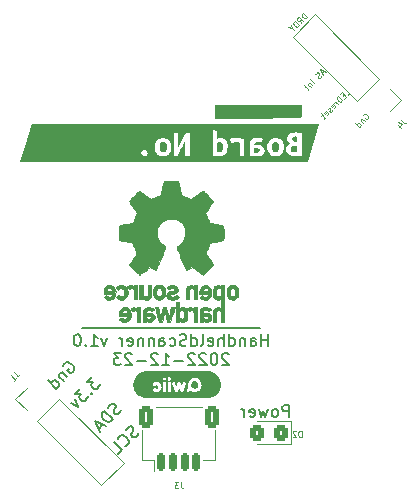
<source format=gbr>
%TF.GenerationSoftware,KiCad,Pcbnew,(6.0.4-0)*%
%TF.CreationDate,2022-12-23T16:58:16+01:00*%
%TF.ProjectId,RoundScanner,526f756e-6453-4636-916e-6e65722e6b69,2*%
%TF.SameCoordinates,Original*%
%TF.FileFunction,Legend,Bot*%
%TF.FilePolarity,Positive*%
%FSLAX46Y46*%
G04 Gerber Fmt 4.6, Leading zero omitted, Abs format (unit mm)*
G04 Created by KiCad (PCBNEW (6.0.4-0)) date 2022-12-23 16:58:16*
%MOMM*%
%LPD*%
G01*
G04 APERTURE LIST*
G04 Aperture macros list*
%AMRoundRect*
0 Rectangle with rounded corners*
0 $1 Rounding radius*
0 $2 $3 $4 $5 $6 $7 $8 $9 X,Y pos of 4 corners*
0 Add a 4 corners polygon primitive as box body*
4,1,4,$2,$3,$4,$5,$6,$7,$8,$9,$2,$3,0*
0 Add four circle primitives for the rounded corners*
1,1,$1+$1,$2,$3*
1,1,$1+$1,$4,$5*
1,1,$1+$1,$6,$7*
1,1,$1+$1,$8,$9*
0 Add four rect primitives between the rounded corners*
20,1,$1+$1,$2,$3,$4,$5,0*
20,1,$1+$1,$4,$5,$6,$7,0*
20,1,$1+$1,$6,$7,$8,$9,0*
20,1,$1+$1,$8,$9,$2,$3,0*%
%AMHorizOval*
0 Thick line with rounded ends*
0 $1 width*
0 $2 $3 position (X,Y) of the first rounded end (center of the circle)*
0 $4 $5 position (X,Y) of the second rounded end (center of the circle)*
0 Add line between two ends*
20,1,$1,$2,$3,$4,$5,0*
0 Add two circle primitives to create the rounded ends*
1,1,$1,$2,$3*
1,1,$1,$4,$5*%
%AMRotRect*
0 Rectangle, with rotation*
0 The origin of the aperture is its center*
0 $1 length*
0 $2 width*
0 $3 Rotation angle, in degrees counterclockwise*
0 Add horizontal line*
21,1,$1,$2,0,0,$3*%
G04 Aperture macros list end*
%ADD10C,0.150000*%
%ADD11C,0.100000*%
%ADD12C,0.200000*%
%ADD13C,0.125000*%
%ADD14C,0.120000*%
%ADD15C,0.010000*%
%ADD16C,3.500000*%
%ADD17RotRect,1.700000X1.700000X45.000000*%
%ADD18HorizOval,1.700000X0.000000X0.000000X0.000000X0.000000X0*%
%ADD19RotRect,1.700000X1.700000X225.000000*%
%ADD20HorizOval,1.700000X0.000000X0.000000X0.000000X0.000000X0*%
%ADD21RoundRect,0.150000X-0.150000X-0.625000X0.150000X-0.625000X0.150000X0.625000X-0.150000X0.625000X0*%
%ADD22RoundRect,0.250000X-0.350000X-0.650000X0.350000X-0.650000X0.350000X0.650000X-0.350000X0.650000X0*%
%ADD23RoundRect,0.250000X0.325000X0.450000X-0.325000X0.450000X-0.325000X-0.450000X0.325000X-0.450000X0*%
G04 APERTURE END LIST*
D10*
X96837500Y-115570000D02*
X81724500Y-115570000D01*
X97471476Y-117122380D02*
X97471476Y-116122380D01*
X97471476Y-116598571D02*
X96900047Y-116598571D01*
X96900047Y-117122380D02*
X96900047Y-116122380D01*
X95995285Y-117122380D02*
X95995285Y-116598571D01*
X96042904Y-116503333D01*
X96138142Y-116455714D01*
X96328619Y-116455714D01*
X96423857Y-116503333D01*
X95995285Y-117074761D02*
X96090523Y-117122380D01*
X96328619Y-117122380D01*
X96423857Y-117074761D01*
X96471476Y-116979523D01*
X96471476Y-116884285D01*
X96423857Y-116789047D01*
X96328619Y-116741428D01*
X96090523Y-116741428D01*
X95995285Y-116693809D01*
X95519095Y-116455714D02*
X95519095Y-117122380D01*
X95519095Y-116550952D02*
X95471476Y-116503333D01*
X95376238Y-116455714D01*
X95233380Y-116455714D01*
X95138142Y-116503333D01*
X95090523Y-116598571D01*
X95090523Y-117122380D01*
X94185761Y-117122380D02*
X94185761Y-116122380D01*
X94185761Y-117074761D02*
X94281000Y-117122380D01*
X94471476Y-117122380D01*
X94566714Y-117074761D01*
X94614333Y-117027142D01*
X94661952Y-116931904D01*
X94661952Y-116646190D01*
X94614333Y-116550952D01*
X94566714Y-116503333D01*
X94471476Y-116455714D01*
X94281000Y-116455714D01*
X94185761Y-116503333D01*
X93709571Y-117122380D02*
X93709571Y-116122380D01*
X93281000Y-117122380D02*
X93281000Y-116598571D01*
X93328619Y-116503333D01*
X93423857Y-116455714D01*
X93566714Y-116455714D01*
X93661952Y-116503333D01*
X93709571Y-116550952D01*
X92423857Y-117074761D02*
X92519095Y-117122380D01*
X92709571Y-117122380D01*
X92804809Y-117074761D01*
X92852428Y-116979523D01*
X92852428Y-116598571D01*
X92804809Y-116503333D01*
X92709571Y-116455714D01*
X92519095Y-116455714D01*
X92423857Y-116503333D01*
X92376238Y-116598571D01*
X92376238Y-116693809D01*
X92852428Y-116789047D01*
X91804809Y-117122380D02*
X91900047Y-117074761D01*
X91947666Y-116979523D01*
X91947666Y-116122380D01*
X90995285Y-117122380D02*
X90995285Y-116122380D01*
X90995285Y-117074761D02*
X91090523Y-117122380D01*
X91281000Y-117122380D01*
X91376238Y-117074761D01*
X91423857Y-117027142D01*
X91471476Y-116931904D01*
X91471476Y-116646190D01*
X91423857Y-116550952D01*
X91376238Y-116503333D01*
X91281000Y-116455714D01*
X91090523Y-116455714D01*
X90995285Y-116503333D01*
X90566714Y-117074761D02*
X90423857Y-117122380D01*
X90185761Y-117122380D01*
X90090523Y-117074761D01*
X90042904Y-117027142D01*
X89995285Y-116931904D01*
X89995285Y-116836666D01*
X90042904Y-116741428D01*
X90090523Y-116693809D01*
X90185761Y-116646190D01*
X90376238Y-116598571D01*
X90471476Y-116550952D01*
X90519095Y-116503333D01*
X90566714Y-116408095D01*
X90566714Y-116312857D01*
X90519095Y-116217619D01*
X90471476Y-116170000D01*
X90376238Y-116122380D01*
X90138142Y-116122380D01*
X89995285Y-116170000D01*
X89138142Y-117074761D02*
X89233380Y-117122380D01*
X89423857Y-117122380D01*
X89519095Y-117074761D01*
X89566714Y-117027142D01*
X89614333Y-116931904D01*
X89614333Y-116646190D01*
X89566714Y-116550952D01*
X89519095Y-116503333D01*
X89423857Y-116455714D01*
X89233380Y-116455714D01*
X89138142Y-116503333D01*
X88281000Y-117122380D02*
X88281000Y-116598571D01*
X88328619Y-116503333D01*
X88423857Y-116455714D01*
X88614333Y-116455714D01*
X88709571Y-116503333D01*
X88281000Y-117074761D02*
X88376238Y-117122380D01*
X88614333Y-117122380D01*
X88709571Y-117074761D01*
X88757190Y-116979523D01*
X88757190Y-116884285D01*
X88709571Y-116789047D01*
X88614333Y-116741428D01*
X88376238Y-116741428D01*
X88281000Y-116693809D01*
X87804809Y-116455714D02*
X87804809Y-117122380D01*
X87804809Y-116550952D02*
X87757190Y-116503333D01*
X87661952Y-116455714D01*
X87519095Y-116455714D01*
X87423857Y-116503333D01*
X87376238Y-116598571D01*
X87376238Y-117122380D01*
X86900047Y-116455714D02*
X86900047Y-117122380D01*
X86900047Y-116550952D02*
X86852428Y-116503333D01*
X86757190Y-116455714D01*
X86614333Y-116455714D01*
X86519095Y-116503333D01*
X86471476Y-116598571D01*
X86471476Y-117122380D01*
X85614333Y-117074761D02*
X85709571Y-117122380D01*
X85900047Y-117122380D01*
X85995285Y-117074761D01*
X86042904Y-116979523D01*
X86042904Y-116598571D01*
X85995285Y-116503333D01*
X85900047Y-116455714D01*
X85709571Y-116455714D01*
X85614333Y-116503333D01*
X85566714Y-116598571D01*
X85566714Y-116693809D01*
X86042904Y-116789047D01*
X85138142Y-117122380D02*
X85138142Y-116455714D01*
X85138142Y-116646190D02*
X85090523Y-116550952D01*
X85042904Y-116503333D01*
X84947666Y-116455714D01*
X84852428Y-116455714D01*
X83852428Y-116455714D02*
X83614333Y-117122380D01*
X83376238Y-116455714D01*
X82471476Y-117122380D02*
X83042904Y-117122380D01*
X82757190Y-117122380D02*
X82757190Y-116122380D01*
X82852428Y-116265238D01*
X82947666Y-116360476D01*
X83042904Y-116408095D01*
X82042904Y-117027142D02*
X81995285Y-117074761D01*
X82042904Y-117122380D01*
X82090523Y-117074761D01*
X82042904Y-117027142D01*
X82042904Y-117122380D01*
X81376238Y-116122380D02*
X81281000Y-116122380D01*
X81185761Y-116170000D01*
X81138142Y-116217619D01*
X81090523Y-116312857D01*
X81042904Y-116503333D01*
X81042904Y-116741428D01*
X81090523Y-116931904D01*
X81138142Y-117027142D01*
X81185761Y-117074761D01*
X81281000Y-117122380D01*
X81376238Y-117122380D01*
X81471476Y-117074761D01*
X81519095Y-117027142D01*
X81566714Y-116931904D01*
X81614333Y-116741428D01*
X81614333Y-116503333D01*
X81566714Y-116312857D01*
X81519095Y-116217619D01*
X81471476Y-116170000D01*
X81376238Y-116122380D01*
X94138142Y-117827619D02*
X94090523Y-117780000D01*
X93995285Y-117732380D01*
X93757190Y-117732380D01*
X93661952Y-117780000D01*
X93614333Y-117827619D01*
X93566714Y-117922857D01*
X93566714Y-118018095D01*
X93614333Y-118160952D01*
X94185761Y-118732380D01*
X93566714Y-118732380D01*
X92947666Y-117732380D02*
X92852428Y-117732380D01*
X92757190Y-117780000D01*
X92709571Y-117827619D01*
X92661952Y-117922857D01*
X92614333Y-118113333D01*
X92614333Y-118351428D01*
X92661952Y-118541904D01*
X92709571Y-118637142D01*
X92757190Y-118684761D01*
X92852428Y-118732380D01*
X92947666Y-118732380D01*
X93042904Y-118684761D01*
X93090523Y-118637142D01*
X93138142Y-118541904D01*
X93185761Y-118351428D01*
X93185761Y-118113333D01*
X93138142Y-117922857D01*
X93090523Y-117827619D01*
X93042904Y-117780000D01*
X92947666Y-117732380D01*
X92233380Y-117827619D02*
X92185761Y-117780000D01*
X92090523Y-117732380D01*
X91852428Y-117732380D01*
X91757190Y-117780000D01*
X91709571Y-117827619D01*
X91661952Y-117922857D01*
X91661952Y-118018095D01*
X91709571Y-118160952D01*
X92281000Y-118732380D01*
X91661952Y-118732380D01*
X91281000Y-117827619D02*
X91233380Y-117780000D01*
X91138142Y-117732380D01*
X90900047Y-117732380D01*
X90804809Y-117780000D01*
X90757190Y-117827619D01*
X90709571Y-117922857D01*
X90709571Y-118018095D01*
X90757190Y-118160952D01*
X91328619Y-118732380D01*
X90709571Y-118732380D01*
X90281000Y-118351428D02*
X89519095Y-118351428D01*
X88519095Y-118732380D02*
X89090523Y-118732380D01*
X88804809Y-118732380D02*
X88804809Y-117732380D01*
X88900047Y-117875238D01*
X88995285Y-117970476D01*
X89090523Y-118018095D01*
X88138142Y-117827619D02*
X88090523Y-117780000D01*
X87995285Y-117732380D01*
X87757190Y-117732380D01*
X87661952Y-117780000D01*
X87614333Y-117827619D01*
X87566714Y-117922857D01*
X87566714Y-118018095D01*
X87614333Y-118160952D01*
X88185761Y-118732380D01*
X87566714Y-118732380D01*
X87138142Y-118351428D02*
X86376238Y-118351428D01*
X85947666Y-117827619D02*
X85900047Y-117780000D01*
X85804809Y-117732380D01*
X85566714Y-117732380D01*
X85471476Y-117780000D01*
X85423857Y-117827619D01*
X85376238Y-117922857D01*
X85376238Y-118018095D01*
X85423857Y-118160952D01*
X85995285Y-118732380D01*
X85376238Y-118732380D01*
X85042904Y-117732380D02*
X84423857Y-117732380D01*
X84757190Y-118113333D01*
X84614333Y-118113333D01*
X84519095Y-118160952D01*
X84471476Y-118208571D01*
X84423857Y-118303809D01*
X84423857Y-118541904D01*
X84471476Y-118637142D01*
X84519095Y-118684761D01*
X84614333Y-118732380D01*
X84900047Y-118732380D01*
X84995285Y-118684761D01*
X85042904Y-118637142D01*
D11*
X104207207Y-95883673D02*
X104375566Y-95715315D01*
X104022013Y-95361761D01*
X103904162Y-95816330D02*
X103786310Y-95934181D01*
X103920997Y-96169883D02*
X104089356Y-96001524D01*
X103735803Y-95647971D01*
X103567444Y-95816330D01*
X103769475Y-96321406D02*
X103415921Y-95967853D01*
X103331742Y-96052032D01*
X103298070Y-96119376D01*
X103298070Y-96186719D01*
X103314906Y-96237227D01*
X103365414Y-96321406D01*
X103415921Y-96371914D01*
X103500101Y-96422421D01*
X103550608Y-96439257D01*
X103617952Y-96439257D01*
X103685295Y-96405585D01*
X103769475Y-96321406D01*
X103415921Y-96674959D02*
X103180219Y-96439257D01*
X103247562Y-96506601D02*
X103197055Y-96489765D01*
X103163383Y-96489765D01*
X103112875Y-96506601D01*
X103079204Y-96540272D01*
X103045532Y-97011677D02*
X103096040Y-96994841D01*
X103163383Y-96927498D01*
X103180219Y-96876990D01*
X103163383Y-96826482D01*
X103028696Y-96691795D01*
X102978188Y-96674959D01*
X102927681Y-96691795D01*
X102860337Y-96759139D01*
X102843501Y-96809646D01*
X102860337Y-96860154D01*
X102894009Y-96893826D01*
X103096040Y-96759139D01*
X102894009Y-97163200D02*
X102877173Y-97213707D01*
X102809830Y-97281051D01*
X102759322Y-97297887D01*
X102708814Y-97281051D01*
X102691979Y-97264215D01*
X102675143Y-97213707D01*
X102691979Y-97163200D01*
X102742486Y-97112692D01*
X102759322Y-97062185D01*
X102742486Y-97011677D01*
X102725650Y-96994841D01*
X102675143Y-96978005D01*
X102624635Y-96994841D01*
X102574127Y-97045349D01*
X102557292Y-97095856D01*
X102456276Y-97600933D02*
X102506784Y-97584097D01*
X102574127Y-97516753D01*
X102590963Y-97466246D01*
X102574127Y-97415738D01*
X102439440Y-97281051D01*
X102388933Y-97264215D01*
X102338425Y-97281051D01*
X102271082Y-97348394D01*
X102254246Y-97398902D01*
X102271082Y-97449410D01*
X102304753Y-97483081D01*
X102506784Y-97348394D01*
X102119559Y-97499917D02*
X101984872Y-97634604D01*
X101951200Y-97432574D02*
X102254246Y-97735620D01*
X102271082Y-97786127D01*
X102254246Y-97836635D01*
X102220574Y-97870307D01*
D10*
X85011099Y-122571320D02*
X84943755Y-122706007D01*
X84775396Y-122874366D01*
X84674381Y-122908038D01*
X84607038Y-122908038D01*
X84506022Y-122874366D01*
X84438679Y-122807022D01*
X84405007Y-122706007D01*
X84405007Y-122638664D01*
X84438679Y-122537648D01*
X84539694Y-122369290D01*
X84573366Y-122268274D01*
X84573366Y-122200931D01*
X84539694Y-122099916D01*
X84472351Y-122032572D01*
X84371335Y-121998900D01*
X84303992Y-121998900D01*
X84202977Y-122032572D01*
X84034618Y-122200931D01*
X83967274Y-122335618D01*
X84337664Y-123312099D02*
X83630557Y-122604992D01*
X83462198Y-122773351D01*
X83394855Y-122908038D01*
X83394855Y-123042725D01*
X83428526Y-123143740D01*
X83529542Y-123312099D01*
X83630557Y-123413114D01*
X83798916Y-123514129D01*
X83899931Y-123547801D01*
X84034618Y-123547801D01*
X84169305Y-123480457D01*
X84337664Y-123312099D01*
X83462198Y-123783503D02*
X83125481Y-124120221D01*
X83731572Y-123918190D02*
X82788763Y-123446786D01*
X83260168Y-124389595D01*
D11*
X105495127Y-97605318D02*
X105511963Y-97554811D01*
X105562471Y-97504303D01*
X105629814Y-97470631D01*
X105697158Y-97470631D01*
X105747666Y-97487467D01*
X105831845Y-97537975D01*
X105882353Y-97588482D01*
X105932860Y-97672662D01*
X105949696Y-97723169D01*
X105949696Y-97790513D01*
X105916024Y-97857856D01*
X105882353Y-97891528D01*
X105815009Y-97925200D01*
X105781337Y-97925200D01*
X105663486Y-97807349D01*
X105730830Y-97740005D01*
X105427784Y-97874692D02*
X105663486Y-98110394D01*
X105461456Y-97908364D02*
X105427784Y-97908364D01*
X105377276Y-97925200D01*
X105326769Y-97975707D01*
X105309933Y-98026215D01*
X105326769Y-98076723D01*
X105511963Y-98261917D01*
X105192082Y-98581799D02*
X104838528Y-98228246D01*
X105175246Y-98564963D02*
X105225753Y-98548127D01*
X105293097Y-98480784D01*
X105309933Y-98430276D01*
X105309933Y-98396604D01*
X105293097Y-98346097D01*
X105192082Y-98245081D01*
X105141574Y-98228246D01*
X105107902Y-98228246D01*
X105057395Y-98245081D01*
X104990051Y-98312425D01*
X104973215Y-98362933D01*
D10*
X86501427Y-124509992D02*
X86434083Y-124644679D01*
X86265725Y-124813038D01*
X86164709Y-124846709D01*
X86097366Y-124846709D01*
X85996351Y-124813038D01*
X85929007Y-124745694D01*
X85895335Y-124644679D01*
X85895335Y-124577335D01*
X85929007Y-124476320D01*
X86030022Y-124307961D01*
X86063694Y-124206946D01*
X86063694Y-124139603D01*
X86030022Y-124038587D01*
X85962679Y-123971244D01*
X85861664Y-123937572D01*
X85794320Y-123937572D01*
X85693305Y-123971244D01*
X85524946Y-124139603D01*
X85457603Y-124274290D01*
X85356587Y-125587488D02*
X85423931Y-125587488D01*
X85558618Y-125520144D01*
X85625961Y-125452801D01*
X85693305Y-125318114D01*
X85693305Y-125183427D01*
X85659633Y-125082412D01*
X85558618Y-124914053D01*
X85457603Y-124813038D01*
X85289244Y-124712022D01*
X85188229Y-124678351D01*
X85053542Y-124678351D01*
X84918855Y-124745694D01*
X84851511Y-124813038D01*
X84784168Y-124947725D01*
X84784168Y-125015068D01*
X84784168Y-126294595D02*
X85120885Y-125957877D01*
X84413778Y-125250770D01*
D11*
X102220952Y-93857898D02*
X102052593Y-94026257D01*
X102355639Y-93925242D02*
X101884234Y-93689540D01*
X102119936Y-94160944D01*
X102002085Y-94245124D02*
X101968414Y-94312467D01*
X101884234Y-94396646D01*
X101833727Y-94413482D01*
X101800055Y-94413482D01*
X101749547Y-94396646D01*
X101715875Y-94362975D01*
X101699040Y-94312467D01*
X101699040Y-94278795D01*
X101715875Y-94228288D01*
X101766383Y-94144108D01*
X101783219Y-94093601D01*
X101783219Y-94059929D01*
X101766383Y-94009421D01*
X101732711Y-93975750D01*
X101682204Y-93958914D01*
X101648532Y-93958914D01*
X101598024Y-93975750D01*
X101513845Y-94059929D01*
X101480173Y-94127272D01*
X101395994Y-94884887D02*
X101042440Y-94531333D01*
X100991933Y-94817543D02*
X101227635Y-95053246D01*
X101025605Y-94851215D02*
X100991933Y-94851215D01*
X100941425Y-94868051D01*
X100890918Y-94918559D01*
X100874082Y-94969066D01*
X100890918Y-95019574D01*
X101076112Y-95204768D01*
X100722559Y-95086917D02*
X100587872Y-95221604D01*
X100554200Y-95019574D02*
X100857246Y-95322620D01*
X100874082Y-95373127D01*
X100857246Y-95423635D01*
X100823574Y-95457307D01*
D12*
X99258190Y-123134380D02*
X99258190Y-122134380D01*
X98877238Y-122134380D01*
X98782000Y-122182000D01*
X98734380Y-122229619D01*
X98686761Y-122324857D01*
X98686761Y-122467714D01*
X98734380Y-122562952D01*
X98782000Y-122610571D01*
X98877238Y-122658190D01*
X99258190Y-122658190D01*
X98115333Y-123134380D02*
X98210571Y-123086761D01*
X98258190Y-123039142D01*
X98305809Y-122943904D01*
X98305809Y-122658190D01*
X98258190Y-122562952D01*
X98210571Y-122515333D01*
X98115333Y-122467714D01*
X97972476Y-122467714D01*
X97877238Y-122515333D01*
X97829619Y-122562952D01*
X97782000Y-122658190D01*
X97782000Y-122943904D01*
X97829619Y-123039142D01*
X97877238Y-123086761D01*
X97972476Y-123134380D01*
X98115333Y-123134380D01*
X97448666Y-122467714D02*
X97258190Y-123134380D01*
X97067714Y-122658190D01*
X96877238Y-123134380D01*
X96686761Y-122467714D01*
X95924857Y-123086761D02*
X96020095Y-123134380D01*
X96210571Y-123134380D01*
X96305809Y-123086761D01*
X96353428Y-122991523D01*
X96353428Y-122610571D01*
X96305809Y-122515333D01*
X96210571Y-122467714D01*
X96020095Y-122467714D01*
X95924857Y-122515333D01*
X95877238Y-122610571D01*
X95877238Y-122705809D01*
X96353428Y-122801047D01*
X95448666Y-123134380D02*
X95448666Y-122467714D01*
X95448666Y-122658190D02*
X95401047Y-122562952D01*
X95353428Y-122515333D01*
X95258190Y-122467714D01*
X95162952Y-122467714D01*
D10*
X80157274Y-118779618D02*
X80190946Y-118678603D01*
X80291961Y-118577587D01*
X80426648Y-118510244D01*
X80561335Y-118510244D01*
X80662351Y-118543916D01*
X80830709Y-118644931D01*
X80931725Y-118745946D01*
X81032740Y-118914305D01*
X81066412Y-119015320D01*
X81066412Y-119150007D01*
X80999068Y-119284694D01*
X80931725Y-119352038D01*
X80797038Y-119419381D01*
X80729694Y-119419381D01*
X80493992Y-119183679D01*
X80628679Y-119048992D01*
X80022587Y-119318366D02*
X80493992Y-119789770D01*
X80089931Y-119385709D02*
X80022587Y-119385709D01*
X79921572Y-119419381D01*
X79820557Y-119520396D01*
X79786885Y-119621412D01*
X79820557Y-119722427D01*
X80190946Y-120092816D01*
X79551183Y-120732579D02*
X78844076Y-120025473D01*
X79517511Y-120698908D02*
X79618526Y-120665236D01*
X79753213Y-120530549D01*
X79786885Y-120429534D01*
X79786885Y-120362190D01*
X79753213Y-120261175D01*
X79551183Y-120059144D01*
X79450168Y-120025473D01*
X79382824Y-120025473D01*
X79281809Y-120059144D01*
X79147122Y-120193831D01*
X79113450Y-120294847D01*
D11*
X100799429Y-89258452D02*
X100445875Y-88904898D01*
X100361696Y-88989078D01*
X100328024Y-89056421D01*
X100328024Y-89123765D01*
X100344860Y-89174272D01*
X100395368Y-89258452D01*
X100445875Y-89308959D01*
X100530055Y-89359467D01*
X100580562Y-89376303D01*
X100647906Y-89376303D01*
X100715249Y-89342631D01*
X100799429Y-89258452D01*
X100243845Y-89814036D02*
X100193337Y-89527826D01*
X100445875Y-89612005D02*
X100092322Y-89258452D01*
X99957635Y-89393139D01*
X99940799Y-89443646D01*
X99940799Y-89477318D01*
X99957635Y-89527826D01*
X100008143Y-89578333D01*
X100058650Y-89595169D01*
X100092322Y-89595169D01*
X100142830Y-89578333D01*
X100277517Y-89443646D01*
X100092322Y-89965559D02*
X99738769Y-89612005D01*
X99654589Y-89696185D01*
X99620918Y-89763528D01*
X99620918Y-89830872D01*
X99637753Y-89881379D01*
X99688261Y-89965559D01*
X99738769Y-90016066D01*
X99822948Y-90066574D01*
X99873456Y-90083410D01*
X99940799Y-90083410D01*
X100008143Y-90049738D01*
X100092322Y-89965559D01*
X99503066Y-90218097D02*
X99671425Y-90386455D01*
X99435723Y-89915051D02*
X99503066Y-90218097D01*
X99200021Y-90150753D01*
D10*
X82575038Y-119723511D02*
X82137305Y-120161244D01*
X82642381Y-120194916D01*
X82541366Y-120295931D01*
X82507694Y-120396946D01*
X82507694Y-120464290D01*
X82541366Y-120565305D01*
X82709725Y-120733664D01*
X82810740Y-120767335D01*
X82878083Y-120767335D01*
X82979099Y-120733664D01*
X83181129Y-120531633D01*
X83214801Y-120430618D01*
X83214801Y-120363274D01*
X82474022Y-121104053D02*
X82474022Y-121171396D01*
X82541366Y-121171396D01*
X82541366Y-121104053D01*
X82474022Y-121104053D01*
X82541366Y-121171396D01*
X81564885Y-120733664D02*
X81127152Y-121171396D01*
X81632229Y-121205068D01*
X81531213Y-121306083D01*
X81497542Y-121407099D01*
X81497542Y-121474442D01*
X81531213Y-121575457D01*
X81699572Y-121743816D01*
X81800587Y-121777488D01*
X81867931Y-121777488D01*
X81968946Y-121743816D01*
X82170977Y-121541786D01*
X82204648Y-121440770D01*
X82204648Y-121373427D01*
X81127152Y-121642801D02*
X81430198Y-122282564D01*
X80790435Y-121979518D01*
D13*
%TO.C,J4*%
X108713924Y-97966222D02*
X108966462Y-98218760D01*
X109033806Y-98252432D01*
X109101149Y-98252432D01*
X109168493Y-98218760D01*
X109202164Y-98185088D01*
X108511894Y-98403955D02*
X108747596Y-98639657D01*
X108461386Y-98185088D02*
X108798103Y-98353447D01*
X108579237Y-98572313D01*
%TO.C,J1*%
X75941224Y-119358167D02*
X76193762Y-119610705D01*
X76261106Y-119644377D01*
X76328449Y-119644377D01*
X76395793Y-119610705D01*
X76429464Y-119577033D01*
X75941224Y-120065274D02*
X76143255Y-119863243D01*
X76042239Y-119964258D02*
X75688686Y-119610705D01*
X75772865Y-119627541D01*
X75840209Y-119627541D01*
X75890716Y-119610705D01*
%TO.C,J3*%
X90082666Y-128674190D02*
X90082666Y-129031333D01*
X90106476Y-129102761D01*
X90154095Y-129150380D01*
X90225523Y-129174190D01*
X90273142Y-129174190D01*
X89892190Y-128674190D02*
X89582666Y-128674190D01*
X89749333Y-128864666D01*
X89677904Y-128864666D01*
X89630285Y-128888476D01*
X89606476Y-128912285D01*
X89582666Y-128959904D01*
X89582666Y-129078952D01*
X89606476Y-129126571D01*
X89630285Y-129150380D01*
X89677904Y-129174190D01*
X89820761Y-129174190D01*
X89868380Y-129150380D01*
X89892190Y-129126571D01*
%TO.C,D2*%
X100318047Y-124813190D02*
X100318047Y-124313190D01*
X100199000Y-124313190D01*
X100127571Y-124337000D01*
X100079952Y-124384619D01*
X100056142Y-124432238D01*
X100032333Y-124527476D01*
X100032333Y-124598904D01*
X100056142Y-124694142D01*
X100079952Y-124741761D01*
X100127571Y-124789380D01*
X100199000Y-124813190D01*
X100318047Y-124813190D01*
X99841857Y-124360809D02*
X99818047Y-124337000D01*
X99770428Y-124313190D01*
X99651380Y-124313190D01*
X99603761Y-124337000D01*
X99579952Y-124360809D01*
X99556142Y-124408428D01*
X99556142Y-124456047D01*
X99579952Y-124527476D01*
X99865666Y-124813190D01*
X99556142Y-124813190D01*
D14*
%TO.C,J4*%
X99561942Y-90930846D02*
X101442846Y-89049942D01*
X104992522Y-96361426D02*
X99561942Y-90930846D01*
X106873426Y-94480522D02*
X101442846Y-89049942D01*
X107771452Y-97259452D02*
X108711904Y-96319000D01*
X108711904Y-96319000D02*
X107771452Y-95378548D01*
X104992522Y-96361426D02*
X106873426Y-94480522D01*
%TO.C,kibuzzard-6346913B*%
G36*
X99855668Y-99385437D02*
G01*
X99941393Y-99394962D01*
X99941393Y-99845812D01*
X99788993Y-99845812D01*
X99563568Y-99780725D01*
X99487368Y-99601337D01*
X99509593Y-99488625D01*
X99569918Y-99421950D01*
X99658818Y-99390200D01*
X99763593Y-99382262D01*
X99855668Y-99385437D01*
G37*
G36*
X77463452Y-98314007D02*
G01*
X101825544Y-98314007D01*
X100844548Y-101583993D01*
X76482456Y-101583993D01*
X76723875Y-100779263D01*
X86723868Y-100779263D01*
X86809593Y-100991988D01*
X87006443Y-101065013D01*
X87114393Y-101045963D01*
X87204881Y-100990400D01*
X87268381Y-100901500D01*
X87292193Y-100779263D01*
X87268381Y-100660200D01*
X87204881Y-100572888D01*
X87114393Y-100518913D01*
X87006443Y-100499863D01*
X86809593Y-100572888D01*
X86723868Y-100779263D01*
X76723875Y-100779263D01*
X76873418Y-100280788D01*
X87892268Y-100280788D01*
X87904968Y-100450253D01*
X87943068Y-100603050D01*
X88004187Y-100737591D01*
X88085943Y-100852288D01*
X88187146Y-100945156D01*
X88306606Y-101014213D01*
X88442734Y-101057075D01*
X88593943Y-101071363D01*
X88745153Y-101057075D01*
X88830863Y-101030088D01*
X89536918Y-101030088D01*
X89851243Y-101030088D01*
X89942789Y-100812247D01*
X90039627Y-100594760D01*
X90141756Y-100377625D01*
X90249177Y-100160490D01*
X90361889Y-99943003D01*
X90479893Y-99725162D01*
X90479893Y-101030088D01*
X90832318Y-101030088D01*
X90832318Y-99064762D01*
X90517993Y-99064762D01*
X90429093Y-99210416D01*
X90340193Y-99367975D01*
X90252484Y-99531091D01*
X90167156Y-99693412D01*
X90086193Y-99852956D01*
X90011581Y-100007738D01*
X89945303Y-100150613D01*
X89889343Y-100274438D01*
X89889343Y-99064762D01*
X89536918Y-99064762D01*
X89536918Y-101030088D01*
X88830863Y-101030088D01*
X88881281Y-101014213D01*
X89001137Y-100945156D01*
X89103531Y-100852288D01*
X89186478Y-100737591D01*
X89247993Y-100603050D01*
X89286093Y-100450253D01*
X89298793Y-100280788D01*
X89285696Y-100113703D01*
X89246406Y-99961700D01*
X89183699Y-99827556D01*
X89100356Y-99714050D01*
X88997565Y-99622769D01*
X88876518Y-99555300D01*
X88740787Y-99513628D01*
X88593943Y-99499737D01*
X88445115Y-99513628D01*
X88309781Y-99555300D01*
X88189924Y-99622769D01*
X88087531Y-99714050D01*
X88004584Y-99827556D01*
X87943068Y-99961700D01*
X87904968Y-100113703D01*
X87892268Y-100280788D01*
X76873418Y-100280788D01*
X77309663Y-98826637D01*
X92788118Y-98826637D01*
X92788118Y-100985638D01*
X92907974Y-101017388D01*
X93051643Y-101042788D01*
X93205631Y-101059456D01*
X93356443Y-101065013D01*
X93570403Y-101042082D01*
X93746615Y-100973290D01*
X93885081Y-100858638D01*
X93984740Y-100704121D01*
X94044536Y-100515738D01*
X94064468Y-100293488D01*
X94047711Y-100067181D01*
X93997440Y-99875093D01*
X93913656Y-99717225D01*
X93797063Y-99599926D01*
X93739671Y-99572762D01*
X94283543Y-99572762D01*
X94353393Y-99934712D01*
X94443881Y-99915662D01*
X94550243Y-99898200D01*
X94655018Y-99887087D01*
X94740743Y-99883912D01*
X94902668Y-99891850D01*
X95064593Y-99922012D01*
X95064593Y-101030088D01*
X95458293Y-101030088D01*
X95458293Y-100995163D01*
X95928193Y-100995163D01*
X96182193Y-101039613D01*
X96360787Y-101058663D01*
X96560018Y-101065013D01*
X96818781Y-101039613D01*
X97017218Y-100955475D01*
X97144218Y-100803075D01*
X97188668Y-100572888D01*
X97137868Y-100353813D01*
X97068089Y-100280788D01*
X97417268Y-100280788D01*
X97429968Y-100450253D01*
X97468068Y-100603050D01*
X97529187Y-100737591D01*
X97610943Y-100852288D01*
X97712146Y-100945156D01*
X97831606Y-101014213D01*
X97967734Y-101057075D01*
X98118943Y-101071363D01*
X98270153Y-101057075D01*
X98406281Y-101014213D01*
X98526137Y-100945156D01*
X98628531Y-100852288D01*
X98711478Y-100737591D01*
X98772993Y-100603050D01*
X98811093Y-100450253D01*
X98812134Y-100436363D01*
X99014293Y-100436363D01*
X99029374Y-100599478D01*
X99074618Y-100733225D01*
X99238131Y-100923725D01*
X99350843Y-100984844D01*
X99482606Y-101025325D01*
X99629053Y-101047947D01*
X99785818Y-101055488D01*
X99918374Y-101051916D01*
X100055693Y-101041200D01*
X100194599Y-101023341D01*
X100331918Y-100998338D01*
X100331918Y-99090162D01*
X100087443Y-99056825D01*
X99823918Y-99042537D01*
X99622306Y-99054047D01*
X99461968Y-99088575D01*
X99242893Y-99209225D01*
X99134943Y-99375912D01*
X99106368Y-99560062D01*
X99123434Y-99691825D01*
X99174631Y-99807712D01*
X99357193Y-99979163D01*
X99189315Y-100064888D01*
X99085731Y-100176013D01*
X99032153Y-100303013D01*
X99014293Y-100436363D01*
X98812134Y-100436363D01*
X98823793Y-100280788D01*
X98810696Y-100113703D01*
X98771406Y-99961700D01*
X98708699Y-99827556D01*
X98625356Y-99714050D01*
X98522565Y-99622769D01*
X98401518Y-99555300D01*
X98265787Y-99513628D01*
X98118943Y-99499737D01*
X97970115Y-99513628D01*
X97834781Y-99555300D01*
X97714924Y-99622769D01*
X97612531Y-99714050D01*
X97529584Y-99827556D01*
X97468068Y-99961700D01*
X97429968Y-100113703D01*
X97417268Y-100280788D01*
X97068089Y-100280788D01*
X97001343Y-100210938D01*
X96804493Y-100133150D01*
X96572718Y-100109338D01*
X96429049Y-100115688D01*
X96302843Y-100134738D01*
X96302843Y-100087113D01*
X96372693Y-99901375D01*
X96467943Y-99845416D01*
X96613993Y-99826762D01*
X96828306Y-99842637D01*
X96994993Y-99880737D01*
X97048968Y-99566412D01*
X96842593Y-99520375D01*
X96706862Y-99504897D01*
X96566368Y-99499737D01*
X96397696Y-99510453D01*
X96259981Y-99542600D01*
X96064718Y-99663250D01*
X95959943Y-99853750D01*
X95928193Y-100106163D01*
X95928193Y-100995163D01*
X95458293Y-100995163D01*
X95458293Y-99636262D01*
X95300734Y-99584669D01*
X95139206Y-99544187D01*
X94961803Y-99517994D01*
X94756618Y-99509262D01*
X94666131Y-99512437D01*
X94540718Y-99523550D01*
X94405781Y-99542600D01*
X94283543Y-99572762D01*
X93739671Y-99572762D01*
X93648367Y-99529547D01*
X93467568Y-99506087D01*
X93311993Y-99523550D01*
X93178643Y-99572762D01*
X93178643Y-98893312D01*
X92788118Y-98826637D01*
X77309663Y-98826637D01*
X77463452Y-98314007D01*
G37*
G36*
X93521543Y-99870419D02*
G01*
X93604093Y-99953763D01*
X93651718Y-100089494D01*
X93667593Y-100274438D01*
X93648940Y-100456206D01*
X93592981Y-100601463D01*
X93495746Y-100696713D01*
X93353268Y-100728463D01*
X93264368Y-100725288D01*
X93178643Y-100715763D01*
X93178643Y-99902962D01*
X93280243Y-99860100D01*
X93400893Y-99842637D01*
X93521543Y-99870419D01*
G37*
G36*
X96610818Y-100390325D02*
G01*
X96710831Y-100417313D01*
X96779093Y-100471288D01*
X96804493Y-100563363D01*
X96728293Y-100707825D01*
X96531443Y-100750688D01*
X96407618Y-100749100D01*
X96302843Y-100741163D01*
X96302843Y-100398263D01*
X96394918Y-100387150D01*
X96493343Y-100382388D01*
X96610818Y-100390325D01*
G37*
G36*
X88727690Y-99870022D02*
G01*
X88824131Y-99961700D01*
X88882471Y-100103384D01*
X88901918Y-100283963D01*
X88884059Y-100464938D01*
X88830481Y-100607813D01*
X88737215Y-100700681D01*
X88600293Y-100731638D01*
X88466546Y-100700681D01*
X88370106Y-100607813D01*
X88311765Y-100464938D01*
X88292318Y-100283963D01*
X88310178Y-100103384D01*
X88363756Y-99961700D01*
X88457021Y-99870022D01*
X88593943Y-99839462D01*
X88727690Y-99870022D01*
G37*
G36*
X99941393Y-100703063D02*
G01*
X99850906Y-100712588D01*
X99754068Y-100715763D01*
X99623893Y-100704650D01*
X99511181Y-100663375D01*
X99430218Y-100577650D01*
X99398468Y-100436363D01*
X99488956Y-100231575D01*
X99731843Y-100169663D01*
X99941393Y-100169663D01*
X99941393Y-100703063D01*
G37*
G36*
X98252690Y-99870022D02*
G01*
X98349131Y-99961700D01*
X98407471Y-100103384D01*
X98426918Y-100283963D01*
X98409059Y-100464938D01*
X98355481Y-100607813D01*
X98262215Y-100700681D01*
X98125293Y-100731638D01*
X97991546Y-100700681D01*
X97895106Y-100607813D01*
X97836765Y-100464938D01*
X97817318Y-100283963D01*
X97835178Y-100103384D01*
X97888756Y-99961700D01*
X97982021Y-99870022D01*
X98118943Y-99839462D01*
X98252690Y-99870022D01*
G37*
%TO.C,kibuzzard-6398DD41*%
G36*
X91385231Y-120125133D02*
G01*
X91481275Y-120191212D01*
X91531546Y-120255859D01*
X91561708Y-120332324D01*
X91571763Y-120420606D01*
X91561620Y-120508889D01*
X91531193Y-120585353D01*
X91480481Y-120650000D01*
X91383842Y-120716080D01*
X91276488Y-120738106D01*
X91169331Y-120716675D01*
X91073288Y-120652381D01*
X91023017Y-120588705D01*
X90992854Y-120511976D01*
X90982800Y-120422194D01*
X90992942Y-120332235D01*
X91023369Y-120254977D01*
X91074081Y-120190419D01*
X91170720Y-120124934D01*
X91278075Y-120103106D01*
X91385231Y-120125133D01*
G37*
G36*
X92476701Y-119265745D02*
G01*
X92586949Y-119282099D01*
X92695063Y-119309180D01*
X92800003Y-119346728D01*
X92900757Y-119394381D01*
X92996355Y-119451680D01*
X93085876Y-119518074D01*
X93168458Y-119592922D01*
X93243307Y-119675504D01*
X93309700Y-119765026D01*
X93366999Y-119860623D01*
X93414652Y-119961377D01*
X93452200Y-120066317D01*
X93479282Y-120174431D01*
X93495635Y-120284680D01*
X93501104Y-120396000D01*
X93495635Y-120507320D01*
X93479282Y-120617569D01*
X93452200Y-120725683D01*
X93414652Y-120830623D01*
X93366999Y-120931377D01*
X93309700Y-121026974D01*
X93243307Y-121116496D01*
X93168458Y-121199078D01*
X93085876Y-121273926D01*
X92996355Y-121340320D01*
X92900757Y-121397619D01*
X92800003Y-121445272D01*
X92695063Y-121482820D01*
X92586949Y-121509901D01*
X92476701Y-121526255D01*
X92365380Y-121531724D01*
X87212620Y-121531724D01*
X87101299Y-121526255D01*
X86991051Y-121509901D01*
X86882937Y-121482820D01*
X86777997Y-121445272D01*
X86677243Y-121397619D01*
X86581645Y-121340320D01*
X86492124Y-121273926D01*
X86409542Y-121199078D01*
X86334693Y-121116496D01*
X86268300Y-121026974D01*
X86211001Y-120931377D01*
X86163890Y-120831769D01*
X87725250Y-120831769D01*
X87747078Y-120890109D01*
X87812562Y-120944481D01*
X87913369Y-120992106D01*
X88034812Y-121007981D01*
X88132003Y-120996163D01*
X88226724Y-120960709D01*
X88318975Y-120901619D01*
X88358530Y-120861931D01*
X88569800Y-120861931D01*
X88572181Y-120916700D01*
X88587262Y-120958769D01*
X88628141Y-120989725D01*
X88709500Y-121000044D01*
X88790066Y-120989328D01*
X88831737Y-120957181D01*
X88845231Y-120915906D01*
X88847544Y-120861931D01*
X88974612Y-120861931D01*
X88976994Y-120916700D01*
X88992075Y-120958769D01*
X89032953Y-120989725D01*
X89114312Y-121000044D01*
X89194878Y-120989328D01*
X89236550Y-120957181D01*
X89250044Y-120915906D01*
X89252425Y-120860344D01*
X89252425Y-120303131D01*
X89251390Y-120279319D01*
X89339737Y-120279319D01*
X89365137Y-120365837D01*
X89408000Y-120469819D01*
X89582625Y-120895269D01*
X89614375Y-120954800D01*
X89662000Y-120993694D01*
X89722325Y-121004806D01*
X89792969Y-120977025D01*
X89838213Y-120920669D01*
X89850913Y-120893681D01*
X89866964Y-120852053D01*
X89898185Y-120769503D01*
X89944575Y-120646031D01*
X89964220Y-120696236D01*
X89991406Y-120770650D01*
X90031094Y-120878600D01*
X90042206Y-120907175D01*
X90055700Y-120933369D01*
X90081100Y-120966706D01*
X90168413Y-121004806D01*
X90250963Y-120977025D01*
X90295413Y-120920669D01*
X90329611Y-120837325D01*
X90598625Y-120837325D01*
X90646250Y-120946069D01*
X90694272Y-120998456D01*
X90743088Y-121015919D01*
X90835163Y-120973056D01*
X90879613Y-120942894D01*
X90936763Y-120904794D01*
X91039244Y-120968294D01*
X91149840Y-121006394D01*
X91268550Y-121019094D01*
X91386769Y-121008180D01*
X91495364Y-120975438D01*
X91594335Y-120920867D01*
X91683681Y-120844469D01*
X91757649Y-120752989D01*
X91810483Y-120653175D01*
X91842183Y-120545027D01*
X91852750Y-120428544D01*
X91840844Y-120300948D01*
X91805125Y-120181687D01*
X91749563Y-120075920D01*
X91678125Y-119988806D01*
X91592797Y-119919353D01*
X91495563Y-119866569D01*
X91390788Y-119833231D01*
X91282838Y-119822119D01*
X91169232Y-119832735D01*
X91063366Y-119864584D01*
X90965238Y-119917666D01*
X90874850Y-119991981D01*
X90799146Y-120082568D01*
X90745072Y-120184466D01*
X90712627Y-120297674D01*
X90701813Y-120422194D01*
X90708339Y-120509859D01*
X90727918Y-120597172D01*
X90760550Y-120684131D01*
X90655775Y-120755569D01*
X90598625Y-120837325D01*
X90329611Y-120837325D01*
X90535125Y-120336469D01*
X90551000Y-120274556D01*
X90528378Y-120217803D01*
X90460513Y-120174544D01*
X90377963Y-120153906D01*
X90326369Y-120167400D01*
X90298588Y-120194387D01*
X90285888Y-120222169D01*
X90261369Y-120283552D01*
X90223799Y-120383035D01*
X90173175Y-120520619D01*
X90079513Y-120263444D01*
X90044588Y-120207881D01*
X89950925Y-120161844D01*
X89869169Y-120187244D01*
X89822338Y-120238044D01*
X89809638Y-120265031D01*
X89763953Y-120392031D01*
X89732732Y-120476698D01*
X89715975Y-120519031D01*
X89619137Y-120255506D01*
X89571512Y-120179306D01*
X89504837Y-120153906D01*
X89441337Y-120169781D01*
X89365137Y-120219391D01*
X89339737Y-120279319D01*
X89251390Y-120279319D01*
X89250044Y-120248362D01*
X89236550Y-120206294D01*
X89194481Y-120175337D01*
X89112725Y-120165019D01*
X89004775Y-120192006D01*
X88976200Y-120260269D01*
X88974612Y-120306306D01*
X88974612Y-120861931D01*
X88847544Y-120861931D01*
X88847612Y-120860344D01*
X88847612Y-120303131D01*
X88845231Y-120248362D01*
X88831737Y-120206294D01*
X88789669Y-120175337D01*
X88707912Y-120165019D01*
X88599962Y-120192006D01*
X88571387Y-120260269D01*
X88569800Y-120306306D01*
X88569800Y-120861931D01*
X88358530Y-120861931D01*
X88378109Y-120842286D01*
X88425337Y-120765888D01*
X88456294Y-120676591D01*
X88466612Y-120578563D01*
X88456294Y-120480931D01*
X88425337Y-120392825D01*
X88378109Y-120317617D01*
X88318975Y-120258681D01*
X88229193Y-120200473D01*
X88135531Y-120165548D01*
X88037987Y-120153906D01*
X87920512Y-120170575D01*
X87836375Y-120203119D01*
X87810975Y-120218994D01*
X87766525Y-120249156D01*
X87725250Y-120321387D01*
X87758587Y-120412669D01*
X87814547Y-120478153D01*
X87868125Y-120499981D01*
X87953850Y-120465056D01*
X88035606Y-120438069D01*
X88134825Y-120476169D01*
X88180862Y-120581738D01*
X88136412Y-120686513D01*
X88041956Y-120723819D01*
X87948294Y-120694450D01*
X87877650Y-120665081D01*
X87824866Y-120686116D01*
X87761762Y-120749219D01*
X87725250Y-120831769D01*
X86163890Y-120831769D01*
X86163348Y-120830623D01*
X86125800Y-120725683D01*
X86098718Y-120617569D01*
X86082365Y-120507320D01*
X86076896Y-120396000D01*
X86082365Y-120284680D01*
X86098718Y-120174431D01*
X86125800Y-120066317D01*
X86163348Y-119961377D01*
X86186415Y-119912606D01*
X88569800Y-119912606D01*
X88572181Y-119967375D01*
X88586469Y-120008650D01*
X88628537Y-120041194D01*
X88708706Y-120050719D01*
X88788875Y-120041194D01*
X88830944Y-120007856D01*
X88845231Y-119965787D01*
X88847543Y-119912606D01*
X88974612Y-119912606D01*
X88976994Y-119967375D01*
X88991281Y-120008650D01*
X89033350Y-120041194D01*
X89113519Y-120050719D01*
X89193687Y-120041194D01*
X89235756Y-120007856D01*
X89250044Y-119965787D01*
X89252425Y-119911019D01*
X89250044Y-119856250D01*
X89236550Y-119815769D01*
X89194481Y-119783622D01*
X89112725Y-119772906D01*
X89032556Y-119783622D01*
X88992075Y-119815769D01*
X88976994Y-119857837D01*
X88974612Y-119912606D01*
X88847543Y-119912606D01*
X88847612Y-119911019D01*
X88845231Y-119856250D01*
X88831737Y-119815769D01*
X88789669Y-119783622D01*
X88707912Y-119772906D01*
X88627744Y-119783622D01*
X88587262Y-119815769D01*
X88572181Y-119857837D01*
X88569800Y-119912606D01*
X86186415Y-119912606D01*
X86211001Y-119860623D01*
X86268300Y-119765026D01*
X86334693Y-119675504D01*
X86409542Y-119592922D01*
X86492124Y-119518074D01*
X86581645Y-119451680D01*
X86677243Y-119394381D01*
X86777997Y-119346728D01*
X86882937Y-119309180D01*
X86991051Y-119282099D01*
X87101299Y-119265745D01*
X87212620Y-119260276D01*
X92365380Y-119260276D01*
X92476701Y-119265745D01*
G37*
%TO.C,J1*%
X79814150Y-121585891D02*
X85244730Y-127016471D01*
X77035220Y-120687865D02*
X76094768Y-121628317D01*
X79814150Y-121585891D02*
X77933246Y-123466795D01*
X77933246Y-123466795D02*
X83363826Y-128897375D01*
X76094768Y-121628317D02*
X77035220Y-122568769D01*
X85244730Y-127016471D02*
X83363826Y-128897375D01*
%TO.C,J3*%
X87856000Y-126753000D02*
X87856000Y-127743000D01*
X87976000Y-122283000D02*
X91856000Y-122283000D01*
X93026000Y-126753000D02*
X91976000Y-126753000D01*
X86806000Y-124253000D02*
X86806000Y-126753000D01*
X93026000Y-124253000D02*
X93026000Y-126753000D01*
X86806000Y-126753000D02*
X87856000Y-126753000D01*
%TO.C,D2*%
X99396000Y-123500000D02*
X99396000Y-125420000D01*
X96536000Y-123500000D02*
X99396000Y-123500000D01*
X99396000Y-125420000D02*
X96536000Y-125420000D01*
%TO.C,LOGO2*%
G36*
X100313938Y-97302788D02*
G01*
X100313825Y-97393995D01*
X100313393Y-97500117D01*
X100312671Y-97596844D01*
X100311694Y-97681743D01*
X100310498Y-97752384D01*
X100309117Y-97806335D01*
X100307587Y-97841164D01*
X100305943Y-97854440D01*
X100304559Y-97854644D01*
X100284719Y-97855283D01*
X100242106Y-97855908D01*
X100177638Y-97856517D01*
X100092237Y-97857107D01*
X99986824Y-97857677D01*
X99862320Y-97858225D01*
X99719644Y-97858749D01*
X99559718Y-97859246D01*
X99383463Y-97859715D01*
X99191800Y-97860154D01*
X98985648Y-97860560D01*
X98765930Y-97860932D01*
X98533565Y-97861268D01*
X98289475Y-97861566D01*
X98034580Y-97861823D01*
X97769801Y-97862038D01*
X97496058Y-97862209D01*
X97214273Y-97862333D01*
X96925366Y-97862410D01*
X96630259Y-97862435D01*
X92962569Y-97862435D01*
X92962569Y-96759130D01*
X100313938Y-96759130D01*
X100313938Y-97302788D01*
G37*
%TO.C,LOGO1*%
G36*
X88745005Y-112743982D02*
G01*
X88714299Y-112894438D01*
X88659376Y-113009246D01*
X88575780Y-113095966D01*
X88459058Y-113162155D01*
X88413739Y-113177908D01*
X88296373Y-113197562D01*
X88172866Y-113197027D01*
X88068651Y-113175439D01*
X88066603Y-113174655D01*
X87982618Y-113125251D01*
X87897770Y-113048770D01*
X87827366Y-112961311D01*
X87786714Y-112878969D01*
X87774663Y-112818779D01*
X87764346Y-112706084D01*
X87762617Y-112605632D01*
X88013502Y-112605632D01*
X88028500Y-112726119D01*
X88063735Y-112825123D01*
X88117117Y-112889815D01*
X88137350Y-112900922D01*
X88214506Y-112921111D01*
X88303749Y-112925265D01*
X88378828Y-112911235D01*
X88408132Y-112891116D01*
X88449264Y-112820760D01*
X88475146Y-112710645D01*
X88484138Y-112566145D01*
X88483994Y-112524549D01*
X88480870Y-112440264D01*
X88470482Y-112385281D01*
X88448688Y-112344655D01*
X88411347Y-112303437D01*
X88340293Y-112253481D01*
X88247791Y-112233057D01*
X88158418Y-112252509D01*
X88084210Y-112308771D01*
X88037201Y-112398775D01*
X88020828Y-112476494D01*
X88013502Y-112605632D01*
X87762617Y-112605632D01*
X87762137Y-112577738D01*
X87767672Y-112449993D01*
X87780588Y-112339101D01*
X87800522Y-112261315D01*
X87846953Y-112173245D01*
X87945498Y-112064959D01*
X88071453Y-111996364D01*
X88221074Y-111969213D01*
X88390615Y-111985259D01*
X88418825Y-111992094D01*
X88550201Y-112051040D01*
X88649198Y-112147814D01*
X88715820Y-112282423D01*
X88750070Y-112454874D01*
X88751067Y-112566145D01*
X88751953Y-112665173D01*
X88745005Y-112743982D01*
G37*
D15*
X88745005Y-112743982D02*
X88714299Y-112894438D01*
X88659376Y-113009246D01*
X88575780Y-113095966D01*
X88459058Y-113162155D01*
X88413739Y-113177908D01*
X88296373Y-113197562D01*
X88172866Y-113197027D01*
X88068651Y-113175439D01*
X88066603Y-113174655D01*
X87982618Y-113125251D01*
X87897770Y-113048770D01*
X87827366Y-112961311D01*
X87786714Y-112878969D01*
X87774663Y-112818779D01*
X87764346Y-112706084D01*
X87762617Y-112605632D01*
X88013502Y-112605632D01*
X88028500Y-112726119D01*
X88063735Y-112825123D01*
X88117117Y-112889815D01*
X88137350Y-112900922D01*
X88214506Y-112921111D01*
X88303749Y-112925265D01*
X88378828Y-112911235D01*
X88408132Y-112891116D01*
X88449264Y-112820760D01*
X88475146Y-112710645D01*
X88484138Y-112566145D01*
X88483994Y-112524549D01*
X88480870Y-112440264D01*
X88470482Y-112385281D01*
X88448688Y-112344655D01*
X88411347Y-112303437D01*
X88340293Y-112253481D01*
X88247791Y-112233057D01*
X88158418Y-112252509D01*
X88084210Y-112308771D01*
X88037201Y-112398775D01*
X88020828Y-112476494D01*
X88013502Y-112605632D01*
X87762617Y-112605632D01*
X87762137Y-112577738D01*
X87767672Y-112449993D01*
X87780588Y-112339101D01*
X87800522Y-112261315D01*
X87846953Y-112173245D01*
X87945498Y-112064959D01*
X88071453Y-111996364D01*
X88221074Y-111969213D01*
X88390615Y-111985259D01*
X88418825Y-111992094D01*
X88550201Y-112051040D01*
X88649198Y-112147814D01*
X88715820Y-112282423D01*
X88750070Y-112454874D01*
X88751067Y-112566145D01*
X88751953Y-112665173D01*
X88745005Y-112743982D01*
G36*
X85888842Y-111972381D02*
G01*
X85949889Y-111991439D01*
X86025069Y-112023115D01*
X86061469Y-112040138D01*
X86087740Y-112043215D01*
X86093549Y-112019620D01*
X86093555Y-112018952D01*
X86105856Y-111996426D01*
X86148281Y-111984879D01*
X86230510Y-111981628D01*
X86367471Y-111981628D01*
X86367471Y-113176922D01*
X86093549Y-113176922D01*
X86093549Y-112352779D01*
X86025454Y-112289670D01*
X86004180Y-112271735D01*
X85940811Y-112241091D01*
X85862776Y-112239863D01*
X85756520Y-112266903D01*
X85720701Y-112268615D01*
X85678683Y-112242383D01*
X85622757Y-112180035D01*
X85595628Y-112145547D01*
X85563543Y-112096852D01*
X85558599Y-112065855D01*
X85576563Y-112039707D01*
X85631710Y-112006641D01*
X85717363Y-111980472D01*
X85810292Y-111967496D01*
X85888842Y-111972381D01*
G37*
X85888842Y-111972381D02*
X85949889Y-111991439D01*
X86025069Y-112023115D01*
X86061469Y-112040138D01*
X86087740Y-112043215D01*
X86093549Y-112019620D01*
X86093555Y-112018952D01*
X86105856Y-111996426D01*
X86148281Y-111984879D01*
X86230510Y-111981628D01*
X86367471Y-111981628D01*
X86367471Y-113176922D01*
X86093549Y-113176922D01*
X86093549Y-112352779D01*
X86025454Y-112289670D01*
X86004180Y-112271735D01*
X85940811Y-112241091D01*
X85862776Y-112239863D01*
X85756520Y-112266903D01*
X85720701Y-112268615D01*
X85678683Y-112242383D01*
X85622757Y-112180035D01*
X85595628Y-112145547D01*
X85563543Y-112096852D01*
X85558599Y-112065855D01*
X85576563Y-112039707D01*
X85631710Y-112006641D01*
X85717363Y-111980472D01*
X85810292Y-111967496D01*
X85888842Y-111972381D01*
G36*
X87843719Y-114854789D02*
G01*
X87778432Y-114951505D01*
X87679398Y-115021077D01*
X87669679Y-115025305D01*
X87561320Y-115055767D01*
X87439223Y-115067642D01*
X87323138Y-115060382D01*
X87232814Y-115033441D01*
X87196734Y-115015865D01*
X87170256Y-115011674D01*
X87164334Y-115033594D01*
X87153116Y-115053866D01*
X87109713Y-115065938D01*
X87025469Y-115069471D01*
X86886604Y-115069471D01*
X86893995Y-114633686D01*
X87164334Y-114633686D01*
X87173713Y-114698829D01*
X87214138Y-114770647D01*
X87229059Y-114783848D01*
X87290218Y-114811620D01*
X87382226Y-114818766D01*
X87437435Y-114815974D01*
X87540741Y-114794952D01*
X87604771Y-114755782D01*
X87626367Y-114701122D01*
X87602369Y-114633628D01*
X87588367Y-114615964D01*
X87525827Y-114576345D01*
X87426847Y-114553722D01*
X87285731Y-114546530D01*
X87164334Y-114546530D01*
X87164334Y-114633686D01*
X86893995Y-114633686D01*
X86894734Y-114590108D01*
X86896943Y-114479258D01*
X86902761Y-114313305D01*
X86912567Y-114186409D01*
X86928299Y-114091654D01*
X86951894Y-114022120D01*
X86985291Y-113970890D01*
X87030427Y-113931046D01*
X87089239Y-113895669D01*
X87119580Y-113882163D01*
X87224541Y-113856669D01*
X87351134Y-113846129D01*
X87482017Y-113850350D01*
X87599845Y-113869140D01*
X87687275Y-113902305D01*
X87717687Y-113921562D01*
X87787705Y-113978636D01*
X87811403Y-114026427D01*
X87805648Y-114035662D01*
X87769782Y-114067919D01*
X87711881Y-114110950D01*
X87682279Y-114131091D01*
X87631868Y-114159629D01*
X87599110Y-114162354D01*
X87568695Y-114142657D01*
X87492892Y-114102766D01*
X87390895Y-114086361D01*
X87286661Y-114098920D01*
X87284689Y-114099489D01*
X87211171Y-114131431D01*
X87174781Y-114181428D01*
X87164715Y-114264116D01*
X87164334Y-114342780D01*
X87424230Y-114351273D01*
X87465636Y-114352670D01*
X87570027Y-114357528D01*
X87640010Y-114365161D01*
X87687313Y-114378425D01*
X87723668Y-114400181D01*
X87760804Y-114433285D01*
X87822120Y-114509855D01*
X87867059Y-114623157D01*
X87871465Y-114701122D01*
X87873760Y-114741738D01*
X87843719Y-114854789D01*
G37*
X87843719Y-114854789D02*
X87778432Y-114951505D01*
X87679398Y-115021077D01*
X87669679Y-115025305D01*
X87561320Y-115055767D01*
X87439223Y-115067642D01*
X87323138Y-115060382D01*
X87232814Y-115033441D01*
X87196734Y-115015865D01*
X87170256Y-115011674D01*
X87164334Y-115033594D01*
X87153116Y-115053866D01*
X87109713Y-115065938D01*
X87025469Y-115069471D01*
X86886604Y-115069471D01*
X86893995Y-114633686D01*
X87164334Y-114633686D01*
X87173713Y-114698829D01*
X87214138Y-114770647D01*
X87229059Y-114783848D01*
X87290218Y-114811620D01*
X87382226Y-114818766D01*
X87437435Y-114815974D01*
X87540741Y-114794952D01*
X87604771Y-114755782D01*
X87626367Y-114701122D01*
X87602369Y-114633628D01*
X87588367Y-114615964D01*
X87525827Y-114576345D01*
X87426847Y-114553722D01*
X87285731Y-114546530D01*
X87164334Y-114546530D01*
X87164334Y-114633686D01*
X86893995Y-114633686D01*
X86894734Y-114590108D01*
X86896943Y-114479258D01*
X86902761Y-114313305D01*
X86912567Y-114186409D01*
X86928299Y-114091654D01*
X86951894Y-114022120D01*
X86985291Y-113970890D01*
X87030427Y-113931046D01*
X87089239Y-113895669D01*
X87119580Y-113882163D01*
X87224541Y-113856669D01*
X87351134Y-113846129D01*
X87482017Y-113850350D01*
X87599845Y-113869140D01*
X87687275Y-113902305D01*
X87717687Y-113921562D01*
X87787705Y-113978636D01*
X87811403Y-114026427D01*
X87805648Y-114035662D01*
X87769782Y-114067919D01*
X87711881Y-114110950D01*
X87682279Y-114131091D01*
X87631868Y-114159629D01*
X87599110Y-114162354D01*
X87568695Y-114142657D01*
X87492892Y-114102766D01*
X87390895Y-114086361D01*
X87286661Y-114098920D01*
X87284689Y-114099489D01*
X87211171Y-114131431D01*
X87174781Y-114181428D01*
X87164715Y-114264116D01*
X87164334Y-114342780D01*
X87424230Y-114351273D01*
X87465636Y-114352670D01*
X87570027Y-114357528D01*
X87640010Y-114365161D01*
X87687313Y-114378425D01*
X87723668Y-114400181D01*
X87760804Y-114433285D01*
X87822120Y-114509855D01*
X87867059Y-114623157D01*
X87871465Y-114701122D01*
X87873760Y-114741738D01*
X87843719Y-114854789D01*
G36*
X91028906Y-111979271D02*
G01*
X91142422Y-112014937D01*
X91192473Y-112039177D01*
X91217646Y-112041681D01*
X91223353Y-112019620D01*
X91223359Y-112018952D01*
X91235660Y-111996426D01*
X91278084Y-111984879D01*
X91360314Y-111981628D01*
X91497275Y-111981628D01*
X91497275Y-113176922D01*
X91223353Y-113176922D01*
X91223353Y-112764907D01*
X91223166Y-112625779D01*
X91221885Y-112511493D01*
X91218458Y-112431519D01*
X91211832Y-112377708D01*
X91200954Y-112341912D01*
X91184771Y-112315982D01*
X91162230Y-112291770D01*
X91131527Y-112266017D01*
X91043239Y-112231416D01*
X90950565Y-112241571D01*
X90865671Y-112296298D01*
X90841406Y-112321768D01*
X90823987Y-112347545D01*
X90812304Y-112381848D01*
X90805212Y-112432933D01*
X90801564Y-112509056D01*
X90800215Y-112618471D01*
X90800020Y-112769435D01*
X90800020Y-113176922D01*
X90526098Y-113176922D01*
X90526645Y-112734912D01*
X90526682Y-112715223D01*
X90529058Y-112527209D01*
X90536353Y-112381159D01*
X90550445Y-112269971D01*
X90573207Y-112186544D01*
X90606514Y-112123775D01*
X90652241Y-112074561D01*
X90712264Y-112031802D01*
X90774240Y-112002199D01*
X90899055Y-111975305D01*
X91028906Y-111979271D01*
G37*
X91028906Y-111979271D02*
X91142422Y-112014937D01*
X91192473Y-112039177D01*
X91217646Y-112041681D01*
X91223353Y-112019620D01*
X91223359Y-112018952D01*
X91235660Y-111996426D01*
X91278084Y-111984879D01*
X91360314Y-111981628D01*
X91497275Y-111981628D01*
X91497275Y-113176922D01*
X91223353Y-113176922D01*
X91223353Y-112764907D01*
X91223166Y-112625779D01*
X91221885Y-112511493D01*
X91218458Y-112431519D01*
X91211832Y-112377708D01*
X91200954Y-112341912D01*
X91184771Y-112315982D01*
X91162230Y-112291770D01*
X91131527Y-112266017D01*
X91043239Y-112231416D01*
X90950565Y-112241571D01*
X90865671Y-112296298D01*
X90841406Y-112321768D01*
X90823987Y-112347545D01*
X90812304Y-112381848D01*
X90805212Y-112432933D01*
X90801564Y-112509056D01*
X90800215Y-112618471D01*
X90800020Y-112769435D01*
X90800020Y-113176922D01*
X90526098Y-113176922D01*
X90526645Y-112734912D01*
X90526682Y-112715223D01*
X90529058Y-112527209D01*
X90536353Y-112381159D01*
X90550445Y-112269971D01*
X90573207Y-112186544D01*
X90606514Y-112123775D01*
X90652241Y-112074561D01*
X90712264Y-112031802D01*
X90774240Y-112002199D01*
X90899055Y-111975305D01*
X91028906Y-111979271D01*
G36*
X88950270Y-114240297D02*
G01*
X88983936Y-114340741D01*
X89023761Y-114451935D01*
X89057017Y-114536172D01*
X89080954Y-114586587D01*
X89092824Y-114596318D01*
X89095688Y-114587856D01*
X89111191Y-114535953D01*
X89135883Y-114449265D01*
X89167023Y-114337497D01*
X89201870Y-114210353D01*
X89296674Y-113861726D01*
X89441426Y-113854163D01*
X89453645Y-113853557D01*
X89531703Y-113852755D01*
X89569212Y-113860768D01*
X89573989Y-113879065D01*
X89567955Y-113896934D01*
X89548103Y-113958095D01*
X89517023Y-114054960D01*
X89476930Y-114180602D01*
X89430037Y-114328091D01*
X89378561Y-114490500D01*
X89195321Y-115069471D01*
X88966105Y-115069471D01*
X88858101Y-114702167D01*
X88838158Y-114634720D01*
X88801300Y-114512101D01*
X88769805Y-114409930D01*
X88746510Y-114337336D01*
X88734250Y-114303446D01*
X88730757Y-114300918D01*
X88713758Y-114322778D01*
X88689489Y-114380586D01*
X88661982Y-114465309D01*
X88660528Y-114470285D01*
X88623700Y-114595322D01*
X88581562Y-114736896D01*
X88542950Y-114865316D01*
X88480339Y-115072044D01*
X88249411Y-115057020D01*
X88142470Y-114720843D01*
X88095519Y-114573128D01*
X88042926Y-114407458D01*
X87992565Y-114248638D01*
X87950878Y-114116971D01*
X87866227Y-113849275D01*
X88149429Y-113849275D01*
X88218072Y-114104520D01*
X88236321Y-114171963D01*
X88270833Y-114297697D01*
X88302793Y-114412083D01*
X88327089Y-114496726D01*
X88367463Y-114633686D01*
X88496224Y-114247706D01*
X88624986Y-113861726D01*
X88723472Y-113854332D01*
X88821959Y-113846939D01*
X88950270Y-114240297D01*
G37*
X88950270Y-114240297D02*
X88983936Y-114340741D01*
X89023761Y-114451935D01*
X89057017Y-114536172D01*
X89080954Y-114586587D01*
X89092824Y-114596318D01*
X89095688Y-114587856D01*
X89111191Y-114535953D01*
X89135883Y-114449265D01*
X89167023Y-114337497D01*
X89201870Y-114210353D01*
X89296674Y-113861726D01*
X89441426Y-113854163D01*
X89453645Y-113853557D01*
X89531703Y-113852755D01*
X89569212Y-113860768D01*
X89573989Y-113879065D01*
X89567955Y-113896934D01*
X89548103Y-113958095D01*
X89517023Y-114054960D01*
X89476930Y-114180602D01*
X89430037Y-114328091D01*
X89378561Y-114490500D01*
X89195321Y-115069471D01*
X88966105Y-115069471D01*
X88858101Y-114702167D01*
X88838158Y-114634720D01*
X88801300Y-114512101D01*
X88769805Y-114409930D01*
X88746510Y-114337336D01*
X88734250Y-114303446D01*
X88730757Y-114300918D01*
X88713758Y-114322778D01*
X88689489Y-114380586D01*
X88661982Y-114465309D01*
X88660528Y-114470285D01*
X88623700Y-114595322D01*
X88581562Y-114736896D01*
X88542950Y-114865316D01*
X88480339Y-115072044D01*
X88249411Y-115057020D01*
X88142470Y-114720843D01*
X88095519Y-114573128D01*
X88042926Y-114407458D01*
X87992565Y-114248638D01*
X87950878Y-114116971D01*
X87866227Y-113849275D01*
X88149429Y-113849275D01*
X88218072Y-114104520D01*
X88236321Y-114171963D01*
X88270833Y-114297697D01*
X88302793Y-114412083D01*
X88327089Y-114496726D01*
X88367463Y-114633686D01*
X88496224Y-114247706D01*
X88624986Y-113861726D01*
X88723472Y-113854332D01*
X88821959Y-113846939D01*
X88950270Y-114240297D01*
G36*
X92670286Y-112604108D02*
G01*
X92668109Y-112680224D01*
X92643559Y-112846570D01*
X92589460Y-112977728D01*
X92502982Y-113079101D01*
X92381295Y-113156096D01*
X92263249Y-113192039D01*
X92115161Y-113198915D01*
X91965748Y-113172468D01*
X91832472Y-113114037D01*
X91783083Y-113081532D01*
X91728668Y-113039868D01*
X91703840Y-113012452D01*
X91705247Y-113001140D01*
X91733039Y-112962597D01*
X91785272Y-112915901D01*
X91875791Y-112846858D01*
X91981858Y-112899831D01*
X92010540Y-112912943D01*
X92094971Y-112941441D01*
X92165737Y-112952804D01*
X92217919Y-112943441D01*
X92299806Y-112898351D01*
X92368637Y-112828355D01*
X92408007Y-112747363D01*
X92424047Y-112678882D01*
X91671589Y-112678882D01*
X91671728Y-112548147D01*
X91672867Y-112506713D01*
X91681182Y-112417805D01*
X91945510Y-112417805D01*
X91945995Y-112422899D01*
X91959687Y-112438760D01*
X91998378Y-112448505D01*
X92070317Y-112453413D01*
X92183757Y-112454765D01*
X92221042Y-112454749D01*
X92317873Y-112453854D01*
X92376083Y-112449988D01*
X92404306Y-112440968D01*
X92411173Y-112424611D01*
X92405317Y-112398735D01*
X92404423Y-112395802D01*
X92353973Y-112305759D01*
X92274442Y-112243766D01*
X92179603Y-112220686D01*
X92144547Y-112222532D01*
X92079481Y-112244611D01*
X92017061Y-112300766D01*
X92000247Y-112320621D01*
X91961137Y-112377326D01*
X91945510Y-112417805D01*
X91681182Y-112417805D01*
X91682251Y-112406376D01*
X91697988Y-112323349D01*
X91715236Y-112276868D01*
X91775879Y-112175769D01*
X91857094Y-112083951D01*
X91942981Y-112021037D01*
X91967796Y-112009354D01*
X92112290Y-111970600D01*
X92259842Y-111974686D01*
X92398567Y-112019882D01*
X92516579Y-112104461D01*
X92580410Y-112182461D01*
X92632601Y-112292343D01*
X92660503Y-112424611D01*
X92661573Y-112429685D01*
X92670286Y-112604108D01*
G37*
X92670286Y-112604108D02*
X92668109Y-112680224D01*
X92643559Y-112846570D01*
X92589460Y-112977728D01*
X92502982Y-113079101D01*
X92381295Y-113156096D01*
X92263249Y-113192039D01*
X92115161Y-113198915D01*
X91965748Y-113172468D01*
X91832472Y-113114037D01*
X91783083Y-113081532D01*
X91728668Y-113039868D01*
X91703840Y-113012452D01*
X91705247Y-113001140D01*
X91733039Y-112962597D01*
X91785272Y-112915901D01*
X91875791Y-112846858D01*
X91981858Y-112899831D01*
X92010540Y-112912943D01*
X92094971Y-112941441D01*
X92165737Y-112952804D01*
X92217919Y-112943441D01*
X92299806Y-112898351D01*
X92368637Y-112828355D01*
X92408007Y-112747363D01*
X92424047Y-112678882D01*
X91671589Y-112678882D01*
X91671728Y-112548147D01*
X91672867Y-112506713D01*
X91681182Y-112417805D01*
X91945510Y-112417805D01*
X91945995Y-112422899D01*
X91959687Y-112438760D01*
X91998378Y-112448505D01*
X92070317Y-112453413D01*
X92183757Y-112454765D01*
X92221042Y-112454749D01*
X92317873Y-112453854D01*
X92376083Y-112449988D01*
X92404306Y-112440968D01*
X92411173Y-112424611D01*
X92405317Y-112398735D01*
X92404423Y-112395802D01*
X92353973Y-112305759D01*
X92274442Y-112243766D01*
X92179603Y-112220686D01*
X92144547Y-112222532D01*
X92079481Y-112244611D01*
X92017061Y-112300766D01*
X92000247Y-112320621D01*
X91961137Y-112377326D01*
X91945510Y-112417805D01*
X91681182Y-112417805D01*
X91682251Y-112406376D01*
X91697988Y-112323349D01*
X91715236Y-112276868D01*
X91775879Y-112175769D01*
X91857094Y-112083951D01*
X91942981Y-112021037D01*
X91967796Y-112009354D01*
X92112290Y-111970600D01*
X92259842Y-111974686D01*
X92398567Y-112019882D01*
X92516579Y-112104461D01*
X92580410Y-112182461D01*
X92632601Y-112292343D01*
X92660503Y-112424611D01*
X92661573Y-112429685D01*
X92670286Y-112604108D01*
G36*
X91447471Y-115069471D02*
G01*
X91198451Y-115069471D01*
X91198451Y-114685111D01*
X91198176Y-114595706D01*
X91195344Y-114447629D01*
X91188176Y-114338003D01*
X91175116Y-114259252D01*
X91154608Y-114203798D01*
X91125098Y-114164061D01*
X91085031Y-114132465D01*
X91041290Y-114108921D01*
X90989496Y-114102246D01*
X90915831Y-114117090D01*
X90892159Y-114123271D01*
X90833069Y-114132572D01*
X90790818Y-114119245D01*
X90741848Y-114077996D01*
X90732555Y-114069026D01*
X90681179Y-114013534D01*
X90648047Y-113968415D01*
X90643502Y-113957545D01*
X90652508Y-113917409D01*
X90698174Y-113885320D01*
X90770246Y-113862799D01*
X90858471Y-113851367D01*
X90952594Y-113852544D01*
X91042362Y-113867850D01*
X91117520Y-113898806D01*
X91141343Y-113913260D01*
X91181449Y-113934417D01*
X91196296Y-113929572D01*
X91198451Y-113898712D01*
X91198957Y-113887633D01*
X91210970Y-113863091D01*
X91248236Y-113851921D01*
X91322961Y-113849275D01*
X91447471Y-113849275D01*
X91447471Y-115069471D01*
G37*
X91447471Y-115069471D02*
X91198451Y-115069471D01*
X91198451Y-114685111D01*
X91198176Y-114595706D01*
X91195344Y-114447629D01*
X91188176Y-114338003D01*
X91175116Y-114259252D01*
X91154608Y-114203798D01*
X91125098Y-114164061D01*
X91085031Y-114132465D01*
X91041290Y-114108921D01*
X90989496Y-114102246D01*
X90915831Y-114117090D01*
X90892159Y-114123271D01*
X90833069Y-114132572D01*
X90790818Y-114119245D01*
X90741848Y-114077996D01*
X90732555Y-114069026D01*
X90681179Y-114013534D01*
X90648047Y-113968415D01*
X90643502Y-113957545D01*
X90652508Y-113917409D01*
X90698174Y-113885320D01*
X90770246Y-113862799D01*
X90858471Y-113851367D01*
X90952594Y-113852544D01*
X91042362Y-113867850D01*
X91117520Y-113898806D01*
X91141343Y-113913260D01*
X91181449Y-113934417D01*
X91196296Y-113929572D01*
X91198451Y-113898712D01*
X91198957Y-113887633D01*
X91210970Y-113863091D01*
X91248236Y-113851921D01*
X91322961Y-113849275D01*
X91447471Y-113849275D01*
X91447471Y-115069471D01*
G36*
X86865510Y-112369245D02*
G01*
X86867611Y-112543624D01*
X86875833Y-112684460D01*
X86892491Y-112786825D01*
X86919891Y-112856458D01*
X86960343Y-112899093D01*
X87016152Y-112920468D01*
X87089628Y-112926318D01*
X87159783Y-112921097D01*
X87216443Y-112900659D01*
X87257626Y-112859254D01*
X87285640Y-112791147D01*
X87302793Y-112690600D01*
X87311392Y-112551879D01*
X87313746Y-112369245D01*
X87313746Y-111981628D01*
X87562765Y-111981628D01*
X87562765Y-112448928D01*
X87562338Y-112573659D01*
X87559018Y-112734955D01*
X87550687Y-112857965D01*
X87535326Y-112949729D01*
X87510919Y-113017291D01*
X87475447Y-113067691D01*
X87426892Y-113107971D01*
X87363235Y-113145174D01*
X87229562Y-113192270D01*
X87090055Y-113195342D01*
X86958524Y-113151971D01*
X86901135Y-113123857D01*
X86872664Y-113119654D01*
X86865510Y-113139520D01*
X86853632Y-113161826D01*
X86811116Y-113173576D01*
X86728549Y-113176922D01*
X86591589Y-113176922D01*
X86591589Y-111981628D01*
X86865510Y-111981628D01*
X86865510Y-112369245D01*
G37*
X86865510Y-112369245D02*
X86867611Y-112543624D01*
X86875833Y-112684460D01*
X86892491Y-112786825D01*
X86919891Y-112856458D01*
X86960343Y-112899093D01*
X87016152Y-112920468D01*
X87089628Y-112926318D01*
X87159783Y-112921097D01*
X87216443Y-112900659D01*
X87257626Y-112859254D01*
X87285640Y-112791147D01*
X87302793Y-112690600D01*
X87311392Y-112551879D01*
X87313746Y-112369245D01*
X87313746Y-111981628D01*
X87562765Y-111981628D01*
X87562765Y-112448928D01*
X87562338Y-112573659D01*
X87559018Y-112734955D01*
X87550687Y-112857965D01*
X87535326Y-112949729D01*
X87510919Y-113017291D01*
X87475447Y-113067691D01*
X87426892Y-113107971D01*
X87363235Y-113145174D01*
X87229562Y-113192270D01*
X87090055Y-113195342D01*
X86958524Y-113151971D01*
X86901135Y-113123857D01*
X86872664Y-113119654D01*
X86865510Y-113139520D01*
X86853632Y-113161826D01*
X86811116Y-113173576D01*
X86728549Y-113176922D01*
X86591589Y-113176922D01*
X86591589Y-111981628D01*
X86865510Y-111981628D01*
X86865510Y-112369245D01*
G36*
X90645822Y-114659032D02*
G01*
X90639474Y-114733192D01*
X90638386Y-114739989D01*
X90595660Y-114861555D01*
X90517634Y-114964619D01*
X90415274Y-115034444D01*
X90305354Y-115063346D01*
X90170151Y-115061103D01*
X90045776Y-115022351D01*
X90013379Y-115005998D01*
X89971720Y-114988475D01*
X89955867Y-114993927D01*
X89953353Y-115022351D01*
X89952199Y-115036525D01*
X89937292Y-115057488D01*
X89895889Y-115067140D01*
X89816393Y-115069471D01*
X89679432Y-115069471D01*
X89679432Y-114471607D01*
X89953353Y-114471607D01*
X89955316Y-114575181D01*
X89963283Y-114644138D01*
X89980292Y-114691379D01*
X90009383Y-114730968D01*
X90086196Y-114789831D01*
X90176086Y-114809564D01*
X90263254Y-114785162D01*
X90336669Y-114717090D01*
X90356075Y-114667278D01*
X90370410Y-114579070D01*
X90376711Y-114472052D01*
X90374726Y-114362284D01*
X90364199Y-114265827D01*
X90344876Y-114198743D01*
X90338703Y-114187742D01*
X90279193Y-114132453D01*
X90198546Y-114107959D01*
X90111933Y-114113656D01*
X90034522Y-114148940D01*
X89981486Y-114213208D01*
X89979294Y-114218613D01*
X89966143Y-114278921D01*
X89956866Y-114369039D01*
X89953353Y-114471607D01*
X89679432Y-114471607D01*
X89679432Y-113376137D01*
X89953353Y-113376137D01*
X89953353Y-113956601D01*
X90004090Y-113910685D01*
X90052942Y-113882146D01*
X90145402Y-113858290D01*
X90253485Y-113850603D01*
X90359036Y-113860040D01*
X90443900Y-113887557D01*
X90504641Y-113926699D01*
X90567207Y-113993379D01*
X90609315Y-114083053D01*
X90634627Y-114204355D01*
X90646806Y-114365918D01*
X90648596Y-114431225D01*
X90648725Y-114472052D01*
X90648979Y-114552570D01*
X90645822Y-114659032D01*
G37*
X90645822Y-114659032D02*
X90639474Y-114733192D01*
X90638386Y-114739989D01*
X90595660Y-114861555D01*
X90517634Y-114964619D01*
X90415274Y-115034444D01*
X90305354Y-115063346D01*
X90170151Y-115061103D01*
X90045776Y-115022351D01*
X90013379Y-115005998D01*
X89971720Y-114988475D01*
X89955867Y-114993927D01*
X89953353Y-115022351D01*
X89952199Y-115036525D01*
X89937292Y-115057488D01*
X89895889Y-115067140D01*
X89816393Y-115069471D01*
X89679432Y-115069471D01*
X89679432Y-114471607D01*
X89953353Y-114471607D01*
X89955316Y-114575181D01*
X89963283Y-114644138D01*
X89980292Y-114691379D01*
X90009383Y-114730968D01*
X90086196Y-114789831D01*
X90176086Y-114809564D01*
X90263254Y-114785162D01*
X90336669Y-114717090D01*
X90356075Y-114667278D01*
X90370410Y-114579070D01*
X90376711Y-114472052D01*
X90374726Y-114362284D01*
X90364199Y-114265827D01*
X90344876Y-114198743D01*
X90338703Y-114187742D01*
X90279193Y-114132453D01*
X90198546Y-114107959D01*
X90111933Y-114113656D01*
X90034522Y-114148940D01*
X89981486Y-114213208D01*
X89979294Y-114218613D01*
X89966143Y-114278921D01*
X89956866Y-114369039D01*
X89953353Y-114471607D01*
X89679432Y-114471607D01*
X89679432Y-113376137D01*
X89953353Y-113376137D01*
X89953353Y-113956601D01*
X90004090Y-113910685D01*
X90052942Y-113882146D01*
X90145402Y-113858290D01*
X90253485Y-113850603D01*
X90359036Y-113860040D01*
X90443900Y-113887557D01*
X90504641Y-113926699D01*
X90567207Y-113993379D01*
X90609315Y-114083053D01*
X90634627Y-114204355D01*
X90646806Y-114365918D01*
X90648596Y-114431225D01*
X90648725Y-114472052D01*
X90648979Y-114552570D01*
X90645822Y-114659032D01*
G36*
X86251525Y-113865675D02*
G01*
X86326760Y-113900886D01*
X86392373Y-113952497D01*
X86392373Y-113900886D01*
X86394008Y-113881290D01*
X86409221Y-113860513D01*
X86450362Y-113851337D01*
X86529334Y-113849275D01*
X86666295Y-113849275D01*
X86666295Y-115069471D01*
X86392373Y-115069471D01*
X86392373Y-114672211D01*
X86392340Y-114649405D01*
X86390003Y-114489089D01*
X86384268Y-114358500D01*
X86375544Y-114264314D01*
X86364241Y-114213208D01*
X86353862Y-114193915D01*
X86289968Y-114133406D01*
X86202937Y-114106622D01*
X86107904Y-114119117D01*
X86084594Y-114127586D01*
X86034937Y-114142555D01*
X86000999Y-114137907D01*
X85966850Y-114107479D01*
X85916559Y-114045111D01*
X85834992Y-113942123D01*
X85892323Y-113895699D01*
X85946823Y-113867755D01*
X86042554Y-113848883D01*
X86150456Y-113848265D01*
X86251525Y-113865675D01*
G37*
X86251525Y-113865675D02*
X86326760Y-113900886D01*
X86392373Y-113952497D01*
X86392373Y-113900886D01*
X86394008Y-113881290D01*
X86409221Y-113860513D01*
X86450362Y-113851337D01*
X86529334Y-113849275D01*
X86666295Y-113849275D01*
X86666295Y-115069471D01*
X86392373Y-115069471D01*
X86392373Y-114672211D01*
X86392340Y-114649405D01*
X86390003Y-114489089D01*
X86384268Y-114358500D01*
X86375544Y-114264314D01*
X86364241Y-114213208D01*
X86353862Y-114193915D01*
X86289968Y-114133406D01*
X86202937Y-114106622D01*
X86107904Y-114119117D01*
X86084594Y-114127586D01*
X86034937Y-114142555D01*
X86000999Y-114137907D01*
X85966850Y-114107479D01*
X85916559Y-114045111D01*
X85834992Y-113942123D01*
X85892323Y-113895699D01*
X85946823Y-113867755D01*
X86042554Y-113848883D01*
X86150456Y-113848265D01*
X86251525Y-113865675D01*
G36*
X89476810Y-111980820D02*
G01*
X89620629Y-112016866D01*
X89725691Y-112083677D01*
X89792594Y-112181702D01*
X89821940Y-112311387D01*
X89815999Y-112435544D01*
X89773114Y-112540266D01*
X89690876Y-112617693D01*
X89567635Y-112669337D01*
X89401744Y-112696710D01*
X89293952Y-112711057D01*
X89195566Y-112742099D01*
X89144771Y-112787053D01*
X89141704Y-112845838D01*
X89162146Y-112882493D01*
X89225454Y-112925935D01*
X89315449Y-112946483D01*
X89420913Y-112943673D01*
X89530626Y-112917042D01*
X89633368Y-112866128D01*
X89735804Y-112798339D01*
X89825902Y-112889508D01*
X89916000Y-112980676D01*
X89841295Y-113041655D01*
X89812246Y-113062842D01*
X89730517Y-113110978D01*
X89642079Y-113152457D01*
X89572087Y-113176262D01*
X89469602Y-113193504D01*
X89343255Y-113193732D01*
X89188318Y-113174748D01*
X89048745Y-113126630D01*
X88949950Y-113050195D01*
X88891701Y-112945254D01*
X88873762Y-112811617D01*
X88886747Y-112694054D01*
X88928431Y-112597803D01*
X89003477Y-112528873D01*
X89116635Y-112483030D01*
X89272654Y-112456042D01*
X89290574Y-112454088D01*
X89387714Y-112441630D01*
X89466514Y-112428592D01*
X89511344Y-112417499D01*
X89526304Y-112408567D01*
X89551596Y-112362509D01*
X89547488Y-112303553D01*
X89513688Y-112252373D01*
X89495939Y-112241210D01*
X89421981Y-112223326D01*
X89326451Y-112224529D01*
X89226836Y-112243561D01*
X89140621Y-112279168D01*
X89050031Y-112332618D01*
X88979763Y-112250505D01*
X88962712Y-112229644D01*
X88924298Y-112173761D01*
X88908483Y-112135887D01*
X88925090Y-112112664D01*
X88976469Y-112076412D01*
X89050657Y-112037402D01*
X89061110Y-112032633D01*
X89158941Y-111995229D01*
X89253241Y-111977345D01*
X89370262Y-111973754D01*
X89476810Y-111980820D01*
G37*
X89476810Y-111980820D02*
X89620629Y-112016866D01*
X89725691Y-112083677D01*
X89792594Y-112181702D01*
X89821940Y-112311387D01*
X89815999Y-112435544D01*
X89773114Y-112540266D01*
X89690876Y-112617693D01*
X89567635Y-112669337D01*
X89401744Y-112696710D01*
X89293952Y-112711057D01*
X89195566Y-112742099D01*
X89144771Y-112787053D01*
X89141704Y-112845838D01*
X89162146Y-112882493D01*
X89225454Y-112925935D01*
X89315449Y-112946483D01*
X89420913Y-112943673D01*
X89530626Y-112917042D01*
X89633368Y-112866128D01*
X89735804Y-112798339D01*
X89825902Y-112889508D01*
X89916000Y-112980676D01*
X89841295Y-113041655D01*
X89812246Y-113062842D01*
X89730517Y-113110978D01*
X89642079Y-113152457D01*
X89572087Y-113176262D01*
X89469602Y-113193504D01*
X89343255Y-113193732D01*
X89188318Y-113174748D01*
X89048745Y-113126630D01*
X88949950Y-113050195D01*
X88891701Y-112945254D01*
X88873762Y-112811617D01*
X88886747Y-112694054D01*
X88928431Y-112597803D01*
X89003477Y-112528873D01*
X89116635Y-112483030D01*
X89272654Y-112456042D01*
X89290574Y-112454088D01*
X89387714Y-112441630D01*
X89466514Y-112428592D01*
X89511344Y-112417499D01*
X89526304Y-112408567D01*
X89551596Y-112362509D01*
X89547488Y-112303553D01*
X89513688Y-112252373D01*
X89495939Y-112241210D01*
X89421981Y-112223326D01*
X89326451Y-112224529D01*
X89226836Y-112243561D01*
X89140621Y-112279168D01*
X89050031Y-112332618D01*
X88979763Y-112250505D01*
X88962712Y-112229644D01*
X88924298Y-112173761D01*
X88908483Y-112135887D01*
X88925090Y-112112664D01*
X88976469Y-112076412D01*
X89050657Y-112037402D01*
X89061110Y-112032633D01*
X89158941Y-111995229D01*
X89253241Y-111977345D01*
X89370262Y-111973754D01*
X89476810Y-111980820D01*
G36*
X93657520Y-115064547D02*
G01*
X93526785Y-115057020D01*
X93520569Y-114658588D01*
X93518730Y-114561704D01*
X93513510Y-114416146D01*
X93504550Y-114309334D01*
X93490203Y-114234087D01*
X93468821Y-114183227D01*
X93438759Y-114149574D01*
X93398367Y-114125947D01*
X93322578Y-114101818D01*
X93247207Y-114111194D01*
X93167617Y-114162763D01*
X93091000Y-114227231D01*
X93091000Y-115069471D01*
X92817079Y-115069471D01*
X92817079Y-114612701D01*
X92817342Y-114469531D01*
X92818799Y-114342309D01*
X92822301Y-114249184D01*
X92828697Y-114181713D01*
X92838835Y-114131454D01*
X92853563Y-114089966D01*
X92873729Y-114048805D01*
X92878510Y-114040066D01*
X92942101Y-113954954D01*
X93016527Y-113895476D01*
X93106255Y-113864245D01*
X93225072Y-113850342D01*
X93344059Y-113857872D01*
X93440865Y-113887267D01*
X93514334Y-113925259D01*
X93514334Y-113103015D01*
X93413667Y-113155486D01*
X93371616Y-113174549D01*
X93238886Y-113201506D01*
X93106979Y-113182874D01*
X92984705Y-113120929D01*
X92880872Y-113017943D01*
X92864606Y-112993738D01*
X92848973Y-112958256D01*
X92838776Y-112910015D01*
X92832888Y-112839757D01*
X92830182Y-112738221D01*
X92829696Y-112632428D01*
X93092759Y-112632428D01*
X93092981Y-112720779D01*
X93099735Y-112779700D01*
X93114916Y-112821752D01*
X93140417Y-112859499D01*
X93172811Y-112894594D01*
X93224614Y-112921154D01*
X93302667Y-112927902D01*
X93371618Y-112922029D01*
X93439865Y-112892641D01*
X93483818Y-112833107D01*
X93507350Y-112737423D01*
X93514334Y-112599582D01*
X93512528Y-112526254D01*
X93494501Y-112387833D01*
X93457308Y-112294233D01*
X93401159Y-112246116D01*
X93344449Y-112232579D01*
X93245686Y-112238925D01*
X93162240Y-112278223D01*
X93142268Y-112296244D01*
X93121105Y-112327422D01*
X93108021Y-112373833D01*
X93100251Y-112447000D01*
X93095032Y-112558448D01*
X93092759Y-112632428D01*
X92829696Y-112632428D01*
X92829530Y-112596149D01*
X92829753Y-112531324D01*
X92833570Y-112380538D01*
X92844203Y-112267896D01*
X92864335Y-112184885D01*
X92896653Y-112122991D01*
X92943842Y-112073700D01*
X93008588Y-112028499D01*
X93061091Y-112002560D01*
X93185571Y-111973953D01*
X93316781Y-111977851D01*
X93433402Y-112014935D01*
X93483453Y-112039176D01*
X93508626Y-112041681D01*
X93514334Y-112019620D01*
X93514339Y-112018952D01*
X93526640Y-111996426D01*
X93569065Y-111984879D01*
X93651295Y-111981628D01*
X93788255Y-111981628D01*
X93788255Y-115072073D01*
X93657520Y-115064547D01*
G37*
X93657520Y-115064547D02*
X93526785Y-115057020D01*
X93520569Y-114658588D01*
X93518730Y-114561704D01*
X93513510Y-114416146D01*
X93504550Y-114309334D01*
X93490203Y-114234087D01*
X93468821Y-114183227D01*
X93438759Y-114149574D01*
X93398367Y-114125947D01*
X93322578Y-114101818D01*
X93247207Y-114111194D01*
X93167617Y-114162763D01*
X93091000Y-114227231D01*
X93091000Y-115069471D01*
X92817079Y-115069471D01*
X92817079Y-114612701D01*
X92817342Y-114469531D01*
X92818799Y-114342309D01*
X92822301Y-114249184D01*
X92828697Y-114181713D01*
X92838835Y-114131454D01*
X92853563Y-114089966D01*
X92873729Y-114048805D01*
X92878510Y-114040066D01*
X92942101Y-113954954D01*
X93016527Y-113895476D01*
X93106255Y-113864245D01*
X93225072Y-113850342D01*
X93344059Y-113857872D01*
X93440865Y-113887267D01*
X93514334Y-113925259D01*
X93514334Y-113103015D01*
X93413667Y-113155486D01*
X93371616Y-113174549D01*
X93238886Y-113201506D01*
X93106979Y-113182874D01*
X92984705Y-113120929D01*
X92880872Y-113017943D01*
X92864606Y-112993738D01*
X92848973Y-112958256D01*
X92838776Y-112910015D01*
X92832888Y-112839757D01*
X92830182Y-112738221D01*
X92829696Y-112632428D01*
X93092759Y-112632428D01*
X93092981Y-112720779D01*
X93099735Y-112779700D01*
X93114916Y-112821752D01*
X93140417Y-112859499D01*
X93172811Y-112894594D01*
X93224614Y-112921154D01*
X93302667Y-112927902D01*
X93371618Y-112922029D01*
X93439865Y-112892641D01*
X93483818Y-112833107D01*
X93507350Y-112737423D01*
X93514334Y-112599582D01*
X93512528Y-112526254D01*
X93494501Y-112387833D01*
X93457308Y-112294233D01*
X93401159Y-112246116D01*
X93344449Y-112232579D01*
X93245686Y-112238925D01*
X93162240Y-112278223D01*
X93142268Y-112296244D01*
X93121105Y-112327422D01*
X93108021Y-112373833D01*
X93100251Y-112447000D01*
X93095032Y-112558448D01*
X93092759Y-112632428D01*
X92829696Y-112632428D01*
X92829530Y-112596149D01*
X92829753Y-112531324D01*
X92833570Y-112380538D01*
X92844203Y-112267896D01*
X92864335Y-112184885D01*
X92896653Y-112122991D01*
X92943842Y-112073700D01*
X93008588Y-112028499D01*
X93061091Y-112002560D01*
X93185571Y-111973953D01*
X93316781Y-111977851D01*
X93433402Y-112014935D01*
X93483453Y-112039176D01*
X93508626Y-112041681D01*
X93514334Y-112019620D01*
X93514339Y-112018952D01*
X93526640Y-111996426D01*
X93569065Y-111984879D01*
X93651295Y-111981628D01*
X93788255Y-111981628D01*
X93788255Y-115072073D01*
X93657520Y-115064547D01*
G36*
X84563360Y-112689632D02*
G01*
X84562943Y-112693380D01*
X84527139Y-112868271D01*
X84462449Y-113004247D01*
X84366859Y-113104296D01*
X84238353Y-113171405D01*
X84214764Y-113179079D01*
X84068551Y-113201696D01*
X83917334Y-113189084D01*
X83776750Y-113144017D01*
X83662437Y-113069269D01*
X83576812Y-112990157D01*
X83667827Y-112918191D01*
X83758842Y-112846224D01*
X83868528Y-112899514D01*
X83995445Y-112942695D01*
X84107488Y-112943987D01*
X84199157Y-112904314D01*
X84265123Y-112824683D01*
X84288771Y-112776968D01*
X84301972Y-112736189D01*
X84294334Y-112708641D01*
X84260063Y-112691731D01*
X84193368Y-112682864D01*
X84088454Y-112679445D01*
X83939530Y-112678882D01*
X83578451Y-112678882D01*
X83578451Y-112506190D01*
X83581149Y-112430376D01*
X83835385Y-112430376D01*
X83847595Y-112444321D01*
X83883748Y-112451578D01*
X83952463Y-112454332D01*
X84062362Y-112454765D01*
X84121294Y-112454073D01*
X84214290Y-112449500D01*
X84277373Y-112441491D01*
X84300608Y-112431035D01*
X84294663Y-112392456D01*
X84252762Y-112318634D01*
X84182938Y-112257990D01*
X84099699Y-112221362D01*
X84017554Y-112219589D01*
X83955721Y-112248960D01*
X83885656Y-112315800D01*
X83841106Y-112398735D01*
X83838496Y-112407562D01*
X83835385Y-112430376D01*
X83581149Y-112430376D01*
X83581702Y-112414853D01*
X83591246Y-112324484D01*
X83604881Y-112263396D01*
X83614820Y-112240074D01*
X83687166Y-112136202D01*
X83791700Y-112049569D01*
X83913949Y-111992845D01*
X83977713Y-111977355D01*
X84129645Y-111970304D01*
X84265022Y-112006174D01*
X84380122Y-112080974D01*
X84471227Y-112190711D01*
X84534615Y-112331395D01*
X84553607Y-112431035D01*
X84566566Y-112499032D01*
X84563360Y-112689632D01*
G37*
X84563360Y-112689632D02*
X84562943Y-112693380D01*
X84527139Y-112868271D01*
X84462449Y-113004247D01*
X84366859Y-113104296D01*
X84238353Y-113171405D01*
X84214764Y-113179079D01*
X84068551Y-113201696D01*
X83917334Y-113189084D01*
X83776750Y-113144017D01*
X83662437Y-113069269D01*
X83576812Y-112990157D01*
X83667827Y-112918191D01*
X83758842Y-112846224D01*
X83868528Y-112899514D01*
X83995445Y-112942695D01*
X84107488Y-112943987D01*
X84199157Y-112904314D01*
X84265123Y-112824683D01*
X84288771Y-112776968D01*
X84301972Y-112736189D01*
X84294334Y-112708641D01*
X84260063Y-112691731D01*
X84193368Y-112682864D01*
X84088454Y-112679445D01*
X83939530Y-112678882D01*
X83578451Y-112678882D01*
X83578451Y-112506190D01*
X83581149Y-112430376D01*
X83835385Y-112430376D01*
X83847595Y-112444321D01*
X83883748Y-112451578D01*
X83952463Y-112454332D01*
X84062362Y-112454765D01*
X84121294Y-112454073D01*
X84214290Y-112449500D01*
X84277373Y-112441491D01*
X84300608Y-112431035D01*
X84294663Y-112392456D01*
X84252762Y-112318634D01*
X84182938Y-112257990D01*
X84099699Y-112221362D01*
X84017554Y-112219589D01*
X83955721Y-112248960D01*
X83885656Y-112315800D01*
X83841106Y-112398735D01*
X83838496Y-112407562D01*
X83835385Y-112430376D01*
X83581149Y-112430376D01*
X83581702Y-112414853D01*
X83591246Y-112324484D01*
X83604881Y-112263396D01*
X83614820Y-112240074D01*
X83687166Y-112136202D01*
X83791700Y-112049569D01*
X83913949Y-111992845D01*
X83977713Y-111977355D01*
X84129645Y-111970304D01*
X84265022Y-112006174D01*
X84380122Y-112080974D01*
X84471227Y-112190711D01*
X84534615Y-112331395D01*
X84553607Y-112431035D01*
X84566566Y-112499032D01*
X84563360Y-112689632D01*
G36*
X90002634Y-103726172D02*
G01*
X90115216Y-104323363D01*
X90530629Y-104494610D01*
X90946043Y-104665857D01*
X91444400Y-104326978D01*
X91543036Y-104260170D01*
X91673797Y-104172479D01*
X91787008Y-104097580D01*
X91876789Y-104039320D01*
X91937261Y-104001545D01*
X91962544Y-103988098D01*
X91978072Y-103997661D01*
X92024487Y-104037730D01*
X92094730Y-104103487D01*
X92182848Y-104188895D01*
X92282889Y-104287915D01*
X92388902Y-104394509D01*
X92494935Y-104502640D01*
X92595035Y-104606268D01*
X92683251Y-104699358D01*
X92753632Y-104775869D01*
X92800225Y-104829765D01*
X92817079Y-104855007D01*
X92813158Y-104865852D01*
X92786012Y-104914228D01*
X92736439Y-104993842D01*
X92668459Y-105098454D01*
X92586091Y-105221822D01*
X92493353Y-105357706D01*
X92442460Y-105431815D01*
X92354912Y-105560835D01*
X92279853Y-105673434D01*
X92221285Y-105763505D01*
X92183209Y-105824942D01*
X92169628Y-105851640D01*
X92169851Y-105853119D01*
X92181831Y-105886962D01*
X92209316Y-105956071D01*
X92248474Y-106051416D01*
X92295474Y-106163972D01*
X92346485Y-106284710D01*
X92397676Y-106404602D01*
X92445215Y-106514622D01*
X92485271Y-106605740D01*
X92514013Y-106668931D01*
X92527610Y-106695165D01*
X92535655Y-106697492D01*
X92584535Y-106707988D01*
X92671652Y-106725376D01*
X92790033Y-106748295D01*
X92932704Y-106775389D01*
X93092692Y-106805296D01*
X93177015Y-106821153D01*
X93331783Y-106851407D01*
X93467104Y-106879347D01*
X93575582Y-106903369D01*
X93649820Y-106921868D01*
X93682422Y-106933238D01*
X93688278Y-106944511D01*
X93697992Y-106999586D01*
X93705624Y-107091317D01*
X93711180Y-107211073D01*
X93714666Y-107350221D01*
X93716087Y-107500131D01*
X93715450Y-107652172D01*
X93712760Y-107797712D01*
X93708024Y-107928121D01*
X93701247Y-108034766D01*
X93692436Y-108109018D01*
X93681595Y-108142245D01*
X93675017Y-108145993D01*
X93625955Y-108162069D01*
X93540847Y-108183338D01*
X93429529Y-108207472D01*
X93301840Y-108232143D01*
X93258757Y-108240000D01*
X93059773Y-108276542D01*
X92903388Y-108305910D01*
X92784183Y-108329321D01*
X92696737Y-108347994D01*
X92635628Y-108363146D01*
X92595435Y-108375995D01*
X92570738Y-108387758D01*
X92556116Y-108399653D01*
X92554416Y-108401649D01*
X92530504Y-108443271D01*
X92495119Y-108519430D01*
X92451692Y-108621193D01*
X92403651Y-108739624D01*
X92354425Y-108865789D01*
X92307445Y-108990754D01*
X92266140Y-109105584D01*
X92233939Y-109201344D01*
X92214271Y-109269100D01*
X92210565Y-109299917D01*
X92213043Y-109303915D01*
X92238689Y-109342584D01*
X92286920Y-109413907D01*
X92353262Y-109511314D01*
X92433245Y-109628234D01*
X92522397Y-109758098D01*
X92546865Y-109793828D01*
X92632903Y-109921990D01*
X92707258Y-110036608D01*
X92765688Y-110130887D01*
X92803947Y-110198029D01*
X92817792Y-110231235D01*
X92814809Y-110239965D01*
X92783711Y-110282982D01*
X92722355Y-110353230D01*
X92635137Y-110445979D01*
X92526449Y-110556502D01*
X92400685Y-110680071D01*
X92328800Y-110749235D01*
X92215139Y-110856957D01*
X92115657Y-110949225D01*
X92035695Y-111021181D01*
X91980595Y-111067968D01*
X91955698Y-111084727D01*
X91938593Y-111078515D01*
X91885929Y-111049126D01*
X91809449Y-111001063D01*
X91719129Y-110940412D01*
X91654911Y-110896153D01*
X91526705Y-110808261D01*
X91389894Y-110714915D01*
X91264932Y-110630091D01*
X91020137Y-110464515D01*
X90814649Y-110575620D01*
X90766263Y-110601265D01*
X90678270Y-110645130D01*
X90610223Y-110675414D01*
X90573856Y-110686706D01*
X90561954Y-110672205D01*
X90532400Y-110616992D01*
X90488748Y-110525962D01*
X90433426Y-110404892D01*
X90368863Y-110259559D01*
X90297489Y-110095741D01*
X90221732Y-109919213D01*
X90144022Y-109735753D01*
X90066786Y-109551138D01*
X89992456Y-109371146D01*
X89923458Y-109201552D01*
X89862223Y-109048135D01*
X89811179Y-108916670D01*
X89772755Y-108812936D01*
X89749380Y-108742709D01*
X89743483Y-108711766D01*
X89743883Y-108710862D01*
X89771349Y-108682257D01*
X89828799Y-108637457D01*
X89904373Y-108585751D01*
X89928227Y-108569962D01*
X90109734Y-108420174D01*
X90259953Y-108241767D01*
X90375327Y-108042165D01*
X90452299Y-107828797D01*
X90487314Y-107609087D01*
X90476813Y-107390462D01*
X90434277Y-107196011D01*
X90357903Y-106999657D01*
X90246565Y-106824484D01*
X90093774Y-106658082D01*
X90033739Y-106604924D01*
X89839658Y-106473951D01*
X89629999Y-106385744D01*
X89410837Y-106339512D01*
X89188247Y-106334467D01*
X88968307Y-106369820D01*
X88757090Y-106444779D01*
X88560673Y-106558557D01*
X88385132Y-106710363D01*
X88236542Y-106899409D01*
X88207974Y-106946224D01*
X88110873Y-107160204D01*
X88059303Y-107383026D01*
X88051914Y-107608922D01*
X88087355Y-107832119D01*
X88164276Y-108046847D01*
X88281326Y-108247336D01*
X88437155Y-108427814D01*
X88630413Y-108582510D01*
X88636689Y-108586679D01*
X88711461Y-108639370D01*
X88767504Y-108684169D01*
X88793100Y-108711766D01*
X88789870Y-108733402D01*
X88769790Y-108796399D01*
X88734184Y-108894038D01*
X88685480Y-109020542D01*
X88626108Y-109170132D01*
X88558494Y-109337030D01*
X88485066Y-109515457D01*
X88408254Y-109699636D01*
X88330484Y-109883787D01*
X88254185Y-110062133D01*
X88181784Y-110228895D01*
X88115710Y-110378294D01*
X88058391Y-110504554D01*
X88012255Y-110601894D01*
X87979730Y-110664538D01*
X87963243Y-110686706D01*
X87949533Y-110683703D01*
X87895670Y-110662126D01*
X87816064Y-110624293D01*
X87722449Y-110575620D01*
X87516962Y-110464515D01*
X87272167Y-110630091D01*
X87199845Y-110679120D01*
X87065326Y-110770729D01*
X86931215Y-110862485D01*
X86817970Y-110940412D01*
X86755470Y-110982881D01*
X86674239Y-111035644D01*
X86614009Y-111071765D01*
X86584591Y-111085157D01*
X86571953Y-111079471D01*
X86526267Y-111044645D01*
X86455838Y-110983329D01*
X86366796Y-110901554D01*
X86265272Y-110805351D01*
X86157394Y-110700751D01*
X86049295Y-110593786D01*
X85947103Y-110490485D01*
X85856950Y-110396882D01*
X85784964Y-110319006D01*
X85737278Y-110262889D01*
X85720020Y-110234562D01*
X85721015Y-110229172D01*
X85741555Y-110185304D01*
X85785434Y-110109407D01*
X85848412Y-110008336D01*
X85926247Y-109888948D01*
X86014701Y-109758098D01*
X86039509Y-109722005D01*
X86126618Y-109595000D01*
X86203347Y-109482718D01*
X86265224Y-109391730D01*
X86307777Y-109328606D01*
X86326534Y-109299917D01*
X86326995Y-109298687D01*
X86321459Y-109263588D01*
X86300320Y-109192484D01*
X86267005Y-109094310D01*
X86224945Y-108978002D01*
X86177570Y-108852493D01*
X86128308Y-108726718D01*
X86080589Y-108609612D01*
X86037842Y-108510110D01*
X86003497Y-108437145D01*
X85980983Y-108399653D01*
X85978728Y-108397325D01*
X85962608Y-108385549D01*
X85935383Y-108373673D01*
X85891633Y-108360481D01*
X85825935Y-108344754D01*
X85732870Y-108325274D01*
X85607016Y-108300824D01*
X85442953Y-108270186D01*
X85235259Y-108232143D01*
X85192181Y-108224136D01*
X85068777Y-108199384D01*
X84964972Y-108175933D01*
X84890601Y-108156110D01*
X84855504Y-108142245D01*
X84849632Y-108130677D01*
X84839842Y-108075110D01*
X84832085Y-107982990D01*
X84826365Y-107862951D01*
X84822689Y-107723622D01*
X84821062Y-107573635D01*
X84821491Y-107421621D01*
X84823982Y-107276212D01*
X84828540Y-107146037D01*
X84835171Y-107039730D01*
X84843881Y-106965919D01*
X84854677Y-106933238D01*
X84865699Y-106928410D01*
X84920531Y-106913191D01*
X85013213Y-106891666D01*
X85136351Y-106865439D01*
X85282548Y-106836114D01*
X85444406Y-106805296D01*
X85532784Y-106788831D01*
X85684259Y-106760279D01*
X85814640Y-106735277D01*
X85916954Y-106715185D01*
X85984228Y-106701362D01*
X86009489Y-106695165D01*
X86010438Y-106693888D01*
X86026526Y-106661437D01*
X86057194Y-106593452D01*
X86098611Y-106498954D01*
X86146941Y-106386964D01*
X86198354Y-106266500D01*
X86249014Y-106146584D01*
X86295089Y-106036235D01*
X86332746Y-105944473D01*
X86358151Y-105880319D01*
X86367471Y-105852792D01*
X86363360Y-105843106D01*
X86336000Y-105797018D01*
X86286370Y-105719440D01*
X86218460Y-105616461D01*
X86136255Y-105494167D01*
X86043746Y-105358646D01*
X85992991Y-105284429D01*
X85905403Y-105154309D01*
X85830306Y-105040112D01*
X85771707Y-104948066D01*
X85733609Y-104884398D01*
X85720020Y-104855337D01*
X85729462Y-104839573D01*
X85768960Y-104792471D01*
X85833758Y-104721186D01*
X85917909Y-104631760D01*
X86015464Y-104530232D01*
X86120474Y-104422643D01*
X86226993Y-104315034D01*
X86329071Y-104213445D01*
X86420760Y-104123917D01*
X86496112Y-104052489D01*
X86549180Y-104005203D01*
X86574014Y-103988098D01*
X86587799Y-103994749D01*
X86638418Y-104025592D01*
X86720105Y-104078083D01*
X86826972Y-104148375D01*
X86953132Y-104232622D01*
X87092698Y-104326978D01*
X87591056Y-104665857D01*
X88006469Y-104494610D01*
X88421883Y-104323363D01*
X88534465Y-103726172D01*
X88647048Y-103128980D01*
X89890051Y-103128980D01*
X90002634Y-103726172D01*
G37*
X90002634Y-103726172D02*
X90115216Y-104323363D01*
X90530629Y-104494610D01*
X90946043Y-104665857D01*
X91444400Y-104326978D01*
X91543036Y-104260170D01*
X91673797Y-104172479D01*
X91787008Y-104097580D01*
X91876789Y-104039320D01*
X91937261Y-104001545D01*
X91962544Y-103988098D01*
X91978072Y-103997661D01*
X92024487Y-104037730D01*
X92094730Y-104103487D01*
X92182848Y-104188895D01*
X92282889Y-104287915D01*
X92388902Y-104394509D01*
X92494935Y-104502640D01*
X92595035Y-104606268D01*
X92683251Y-104699358D01*
X92753632Y-104775869D01*
X92800225Y-104829765D01*
X92817079Y-104855007D01*
X92813158Y-104865852D01*
X92786012Y-104914228D01*
X92736439Y-104993842D01*
X92668459Y-105098454D01*
X92586091Y-105221822D01*
X92493353Y-105357706D01*
X92442460Y-105431815D01*
X92354912Y-105560835D01*
X92279853Y-105673434D01*
X92221285Y-105763505D01*
X92183209Y-105824942D01*
X92169628Y-105851640D01*
X92169851Y-105853119D01*
X92181831Y-105886962D01*
X92209316Y-105956071D01*
X92248474Y-106051416D01*
X92295474Y-106163972D01*
X92346485Y-106284710D01*
X92397676Y-106404602D01*
X92445215Y-106514622D01*
X92485271Y-106605740D01*
X92514013Y-106668931D01*
X92527610Y-106695165D01*
X92535655Y-106697492D01*
X92584535Y-106707988D01*
X92671652Y-106725376D01*
X92790033Y-106748295D01*
X92932704Y-106775389D01*
X93092692Y-106805296D01*
X93177015Y-106821153D01*
X93331783Y-106851407D01*
X93467104Y-106879347D01*
X93575582Y-106903369D01*
X93649820Y-106921868D01*
X93682422Y-106933238D01*
X93688278Y-106944511D01*
X93697992Y-106999586D01*
X93705624Y-107091317D01*
X93711180Y-107211073D01*
X93714666Y-107350221D01*
X93716087Y-107500131D01*
X93715450Y-107652172D01*
X93712760Y-107797712D01*
X93708024Y-107928121D01*
X93701247Y-108034766D01*
X93692436Y-108109018D01*
X93681595Y-108142245D01*
X93675017Y-108145993D01*
X93625955Y-108162069D01*
X93540847Y-108183338D01*
X93429529Y-108207472D01*
X93301840Y-108232143D01*
X93258757Y-108240000D01*
X93059773Y-108276542D01*
X92903388Y-108305910D01*
X92784183Y-108329321D01*
X92696737Y-108347994D01*
X92635628Y-108363146D01*
X92595435Y-108375995D01*
X92570738Y-108387758D01*
X92556116Y-108399653D01*
X92554416Y-108401649D01*
X92530504Y-108443271D01*
X92495119Y-108519430D01*
X92451692Y-108621193D01*
X92403651Y-108739624D01*
X92354425Y-108865789D01*
X92307445Y-108990754D01*
X92266140Y-109105584D01*
X92233939Y-109201344D01*
X92214271Y-109269100D01*
X92210565Y-109299917D01*
X92213043Y-109303915D01*
X92238689Y-109342584D01*
X92286920Y-109413907D01*
X92353262Y-109511314D01*
X92433245Y-109628234D01*
X92522397Y-109758098D01*
X92546865Y-109793828D01*
X92632903Y-109921990D01*
X92707258Y-110036608D01*
X92765688Y-110130887D01*
X92803947Y-110198029D01*
X92817792Y-110231235D01*
X92814809Y-110239965D01*
X92783711Y-110282982D01*
X92722355Y-110353230D01*
X92635137Y-110445979D01*
X92526449Y-110556502D01*
X92400685Y-110680071D01*
X92328800Y-110749235D01*
X92215139Y-110856957D01*
X92115657Y-110949225D01*
X92035695Y-111021181D01*
X91980595Y-111067968D01*
X91955698Y-111084727D01*
X91938593Y-111078515D01*
X91885929Y-111049126D01*
X91809449Y-111001063D01*
X91719129Y-110940412D01*
X91654911Y-110896153D01*
X91526705Y-110808261D01*
X91389894Y-110714915D01*
X91264932Y-110630091D01*
X91020137Y-110464515D01*
X90814649Y-110575620D01*
X90766263Y-110601265D01*
X90678270Y-110645130D01*
X90610223Y-110675414D01*
X90573856Y-110686706D01*
X90561954Y-110672205D01*
X90532400Y-110616992D01*
X90488748Y-110525962D01*
X90433426Y-110404892D01*
X90368863Y-110259559D01*
X90297489Y-110095741D01*
X90221732Y-109919213D01*
X90144022Y-109735753D01*
X90066786Y-109551138D01*
X89992456Y-109371146D01*
X89923458Y-109201552D01*
X89862223Y-109048135D01*
X89811179Y-108916670D01*
X89772755Y-108812936D01*
X89749380Y-108742709D01*
X89743483Y-108711766D01*
X89743883Y-108710862D01*
X89771349Y-108682257D01*
X89828799Y-108637457D01*
X89904373Y-108585751D01*
X89928227Y-108569962D01*
X90109734Y-108420174D01*
X90259953Y-108241767D01*
X90375327Y-108042165D01*
X90452299Y-107828797D01*
X90487314Y-107609087D01*
X90476813Y-107390462D01*
X90434277Y-107196011D01*
X90357903Y-106999657D01*
X90246565Y-106824484D01*
X90093774Y-106658082D01*
X90033739Y-106604924D01*
X89839658Y-106473951D01*
X89629999Y-106385744D01*
X89410837Y-106339512D01*
X89188247Y-106334467D01*
X88968307Y-106369820D01*
X88757090Y-106444779D01*
X88560673Y-106558557D01*
X88385132Y-106710363D01*
X88236542Y-106899409D01*
X88207974Y-106946224D01*
X88110873Y-107160204D01*
X88059303Y-107383026D01*
X88051914Y-107608922D01*
X88087355Y-107832119D01*
X88164276Y-108046847D01*
X88281326Y-108247336D01*
X88437155Y-108427814D01*
X88630413Y-108582510D01*
X88636689Y-108586679D01*
X88711461Y-108639370D01*
X88767504Y-108684169D01*
X88793100Y-108711766D01*
X88789870Y-108733402D01*
X88769790Y-108796399D01*
X88734184Y-108894038D01*
X88685480Y-109020542D01*
X88626108Y-109170132D01*
X88558494Y-109337030D01*
X88485066Y-109515457D01*
X88408254Y-109699636D01*
X88330484Y-109883787D01*
X88254185Y-110062133D01*
X88181784Y-110228895D01*
X88115710Y-110378294D01*
X88058391Y-110504554D01*
X88012255Y-110601894D01*
X87979730Y-110664538D01*
X87963243Y-110686706D01*
X87949533Y-110683703D01*
X87895670Y-110662126D01*
X87816064Y-110624293D01*
X87722449Y-110575620D01*
X87516962Y-110464515D01*
X87272167Y-110630091D01*
X87199845Y-110679120D01*
X87065326Y-110770729D01*
X86931215Y-110862485D01*
X86817970Y-110940412D01*
X86755470Y-110982881D01*
X86674239Y-111035644D01*
X86614009Y-111071765D01*
X86584591Y-111085157D01*
X86571953Y-111079471D01*
X86526267Y-111044645D01*
X86455838Y-110983329D01*
X86366796Y-110901554D01*
X86265272Y-110805351D01*
X86157394Y-110700751D01*
X86049295Y-110593786D01*
X85947103Y-110490485D01*
X85856950Y-110396882D01*
X85784964Y-110319006D01*
X85737278Y-110262889D01*
X85720020Y-110234562D01*
X85721015Y-110229172D01*
X85741555Y-110185304D01*
X85785434Y-110109407D01*
X85848412Y-110008336D01*
X85926247Y-109888948D01*
X86014701Y-109758098D01*
X86039509Y-109722005D01*
X86126618Y-109595000D01*
X86203347Y-109482718D01*
X86265224Y-109391730D01*
X86307777Y-109328606D01*
X86326534Y-109299917D01*
X86326995Y-109298687D01*
X86321459Y-109263588D01*
X86300320Y-109192484D01*
X86267005Y-109094310D01*
X86224945Y-108978002D01*
X86177570Y-108852493D01*
X86128308Y-108726718D01*
X86080589Y-108609612D01*
X86037842Y-108510110D01*
X86003497Y-108437145D01*
X85980983Y-108399653D01*
X85978728Y-108397325D01*
X85962608Y-108385549D01*
X85935383Y-108373673D01*
X85891633Y-108360481D01*
X85825935Y-108344754D01*
X85732870Y-108325274D01*
X85607016Y-108300824D01*
X85442953Y-108270186D01*
X85235259Y-108232143D01*
X85192181Y-108224136D01*
X85068777Y-108199384D01*
X84964972Y-108175933D01*
X84890601Y-108156110D01*
X84855504Y-108142245D01*
X84849632Y-108130677D01*
X84839842Y-108075110D01*
X84832085Y-107982990D01*
X84826365Y-107862951D01*
X84822689Y-107723622D01*
X84821062Y-107573635D01*
X84821491Y-107421621D01*
X84823982Y-107276212D01*
X84828540Y-107146037D01*
X84835171Y-107039730D01*
X84843881Y-106965919D01*
X84854677Y-106933238D01*
X84865699Y-106928410D01*
X84920531Y-106913191D01*
X85013213Y-106891666D01*
X85136351Y-106865439D01*
X85282548Y-106836114D01*
X85444406Y-106805296D01*
X85532784Y-106788831D01*
X85684259Y-106760279D01*
X85814640Y-106735277D01*
X85916954Y-106715185D01*
X85984228Y-106701362D01*
X86009489Y-106695165D01*
X86010438Y-106693888D01*
X86026526Y-106661437D01*
X86057194Y-106593452D01*
X86098611Y-106498954D01*
X86146941Y-106386964D01*
X86198354Y-106266500D01*
X86249014Y-106146584D01*
X86295089Y-106036235D01*
X86332746Y-105944473D01*
X86358151Y-105880319D01*
X86367471Y-105852792D01*
X86363360Y-105843106D01*
X86336000Y-105797018D01*
X86286370Y-105719440D01*
X86218460Y-105616461D01*
X86136255Y-105494167D01*
X86043746Y-105358646D01*
X85992991Y-105284429D01*
X85905403Y-105154309D01*
X85830306Y-105040112D01*
X85771707Y-104948066D01*
X85733609Y-104884398D01*
X85720020Y-104855337D01*
X85729462Y-104839573D01*
X85768960Y-104792471D01*
X85833758Y-104721186D01*
X85917909Y-104631760D01*
X86015464Y-104530232D01*
X86120474Y-104422643D01*
X86226993Y-104315034D01*
X86329071Y-104213445D01*
X86420760Y-104123917D01*
X86496112Y-104052489D01*
X86549180Y-104005203D01*
X86574014Y-103988098D01*
X86587799Y-103994749D01*
X86638418Y-104025592D01*
X86720105Y-104078083D01*
X86826972Y-104148375D01*
X86953132Y-104232622D01*
X87092698Y-104326978D01*
X87591056Y-104665857D01*
X88006469Y-104494610D01*
X88421883Y-104323363D01*
X88534465Y-103726172D01*
X88647048Y-103128980D01*
X89890051Y-103128980D01*
X90002634Y-103726172D01*
G36*
X92661841Y-114740844D02*
G01*
X92631497Y-114868772D01*
X92564002Y-114964986D01*
X92456000Y-115034318D01*
X92400189Y-115051186D01*
X92304593Y-115064333D01*
X92200055Y-115067472D01*
X92105738Y-115060237D01*
X92040808Y-115042262D01*
X92001370Y-115027864D01*
X91962758Y-115042262D01*
X91948634Y-115050604D01*
X91892261Y-115064131D01*
X91816020Y-115069471D01*
X91696491Y-115069471D01*
X91696491Y-114642278D01*
X91970412Y-114642278D01*
X91979619Y-114715143D01*
X92015951Y-114779239D01*
X92036744Y-114793110D01*
X92110958Y-114814731D01*
X92203610Y-114820129D01*
X92294468Y-114809162D01*
X92363303Y-114781686D01*
X92397595Y-114745358D01*
X92418647Y-114680808D01*
X92399977Y-114629639D01*
X92338259Y-114585148D01*
X92239047Y-114556605D01*
X92108173Y-114546530D01*
X91970412Y-114546530D01*
X91970412Y-114642278D01*
X91696491Y-114642278D01*
X91696491Y-114587565D01*
X91696500Y-114545890D01*
X91696954Y-114388810D01*
X91698658Y-114272029D01*
X91702385Y-114187788D01*
X91708911Y-114128329D01*
X91719008Y-114085891D01*
X91733452Y-114052716D01*
X91753016Y-114021045D01*
X91815949Y-113946837D01*
X91905130Y-113890180D01*
X92022280Y-113858922D01*
X92176653Y-113849313D01*
X92181671Y-113849323D01*
X92288980Y-113854170D01*
X92385028Y-113866252D01*
X92450575Y-113883191D01*
X92468545Y-113891679D01*
X92525740Y-113927627D01*
X92577499Y-113970352D01*
X92611553Y-114008800D01*
X92615635Y-114031916D01*
X92607669Y-114038164D01*
X92520875Y-114104855D01*
X92462839Y-114144188D01*
X92424465Y-114160057D01*
X92396659Y-114156359D01*
X92370327Y-114136990D01*
X92321730Y-114112809D01*
X92239833Y-114096687D01*
X92147273Y-114092505D01*
X92063519Y-114101015D01*
X92008035Y-114122972D01*
X92005116Y-114125644D01*
X91980183Y-114175836D01*
X91970412Y-114250755D01*
X91970412Y-114347314D01*
X92200755Y-114347407D01*
X92306565Y-114349082D01*
X92395632Y-114356368D01*
X92459345Y-114371357D01*
X92510821Y-114396110D01*
X92522800Y-114403712D01*
X92609466Y-114487282D01*
X92655564Y-114597790D01*
X92659460Y-114680808D01*
X92662123Y-114737559D01*
X92661841Y-114740844D01*
G37*
X92661841Y-114740844D02*
X92631497Y-114868772D01*
X92564002Y-114964986D01*
X92456000Y-115034318D01*
X92400189Y-115051186D01*
X92304593Y-115064333D01*
X92200055Y-115067472D01*
X92105738Y-115060237D01*
X92040808Y-115042262D01*
X92001370Y-115027864D01*
X91962758Y-115042262D01*
X91948634Y-115050604D01*
X91892261Y-115064131D01*
X91816020Y-115069471D01*
X91696491Y-115069471D01*
X91696491Y-114642278D01*
X91970412Y-114642278D01*
X91979619Y-114715143D01*
X92015951Y-114779239D01*
X92036744Y-114793110D01*
X92110958Y-114814731D01*
X92203610Y-114820129D01*
X92294468Y-114809162D01*
X92363303Y-114781686D01*
X92397595Y-114745358D01*
X92418647Y-114680808D01*
X92399977Y-114629639D01*
X92338259Y-114585148D01*
X92239047Y-114556605D01*
X92108173Y-114546530D01*
X91970412Y-114546530D01*
X91970412Y-114642278D01*
X91696491Y-114642278D01*
X91696491Y-114587565D01*
X91696500Y-114545890D01*
X91696954Y-114388810D01*
X91698658Y-114272029D01*
X91702385Y-114187788D01*
X91708911Y-114128329D01*
X91719008Y-114085891D01*
X91733452Y-114052716D01*
X91753016Y-114021045D01*
X91815949Y-113946837D01*
X91905130Y-113890180D01*
X92022280Y-113858922D01*
X92176653Y-113849313D01*
X92181671Y-113849323D01*
X92288980Y-113854170D01*
X92385028Y-113866252D01*
X92450575Y-113883191D01*
X92468545Y-113891679D01*
X92525740Y-113927627D01*
X92577499Y-113970352D01*
X92611553Y-114008800D01*
X92615635Y-114031916D01*
X92607669Y-114038164D01*
X92520875Y-114104855D01*
X92462839Y-114144188D01*
X92424465Y-114160057D01*
X92396659Y-114156359D01*
X92370327Y-114136990D01*
X92321730Y-114112809D01*
X92239833Y-114096687D01*
X92147273Y-114092505D01*
X92063519Y-114101015D01*
X92008035Y-114122972D01*
X92005116Y-114125644D01*
X91980183Y-114175836D01*
X91970412Y-114250755D01*
X91970412Y-114347314D01*
X92200755Y-114347407D01*
X92306565Y-114349082D01*
X92395632Y-114356368D01*
X92459345Y-114371357D01*
X92510821Y-114396110D01*
X92522800Y-114403712D01*
X92609466Y-114487282D01*
X92655564Y-114597790D01*
X92659460Y-114680808D01*
X92662123Y-114737559D01*
X92661841Y-114740844D01*
G36*
X85188341Y-111987329D02*
G01*
X85324218Y-112040267D01*
X85439135Y-112127655D01*
X85524013Y-112247680D01*
X85529745Y-112259918D01*
X85566135Y-112379281D01*
X85584316Y-112521864D01*
X85584173Y-112670318D01*
X85565590Y-112807297D01*
X85528452Y-112915451D01*
X85482599Y-112990831D01*
X85381669Y-113097620D01*
X85255469Y-113165500D01*
X85147497Y-113192950D01*
X84983088Y-113195947D01*
X84825764Y-113154549D01*
X84686251Y-113070546D01*
X84595954Y-112996116D01*
X84677284Y-112912205D01*
X84728665Y-112862496D01*
X84775141Y-112834820D01*
X84818235Y-112840914D01*
X84873353Y-112878098D01*
X84895331Y-112892655D01*
X84988178Y-112922449D01*
X85094895Y-112922431D01*
X85194808Y-112891723D01*
X85232429Y-112867064D01*
X85287613Y-112794245D01*
X85315278Y-112687290D01*
X85317058Y-112541517D01*
X85317053Y-112541435D01*
X85296470Y-112411014D01*
X85251128Y-112320587D01*
X85176518Y-112264652D01*
X85068128Y-112237704D01*
X84999871Y-112234079D01*
X84940231Y-112248921D01*
X84879065Y-112291918D01*
X84799912Y-112358520D01*
X84699672Y-112277965D01*
X84663050Y-112247105D01*
X84617307Y-112202889D01*
X84599432Y-112176832D01*
X84605762Y-112165089D01*
X84642221Y-112129036D01*
X84700301Y-112083185D01*
X84745744Y-112053348D01*
X84890024Y-111992056D01*
X85040583Y-111970654D01*
X85188341Y-111987329D01*
G37*
X85188341Y-111987329D02*
X85324218Y-112040267D01*
X85439135Y-112127655D01*
X85524013Y-112247680D01*
X85529745Y-112259918D01*
X85566135Y-112379281D01*
X85584316Y-112521864D01*
X85584173Y-112670318D01*
X85565590Y-112807297D01*
X85528452Y-112915451D01*
X85482599Y-112990831D01*
X85381669Y-113097620D01*
X85255469Y-113165500D01*
X85147497Y-113192950D01*
X84983088Y-113195947D01*
X84825764Y-113154549D01*
X84686251Y-113070546D01*
X84595954Y-112996116D01*
X84677284Y-112912205D01*
X84728665Y-112862496D01*
X84775141Y-112834820D01*
X84818235Y-112840914D01*
X84873353Y-112878098D01*
X84895331Y-112892655D01*
X84988178Y-112922449D01*
X85094895Y-112922431D01*
X85194808Y-112891723D01*
X85232429Y-112867064D01*
X85287613Y-112794245D01*
X85315278Y-112687290D01*
X85317058Y-112541517D01*
X85317053Y-112541435D01*
X85296470Y-112411014D01*
X85251128Y-112320587D01*
X85176518Y-112264652D01*
X85068128Y-112237704D01*
X84999871Y-112234079D01*
X84940231Y-112248921D01*
X84879065Y-112291918D01*
X84799912Y-112358520D01*
X84699672Y-112277965D01*
X84663050Y-112247105D01*
X84617307Y-112202889D01*
X84599432Y-112176832D01*
X84605762Y-112165089D01*
X84642221Y-112129036D01*
X84700301Y-112083185D01*
X84745744Y-112053348D01*
X84890024Y-111992056D01*
X85040583Y-111970654D01*
X85188341Y-111987329D01*
G36*
X94951603Y-112725653D02*
G01*
X94944305Y-112820754D01*
X94931873Y-112888160D01*
X94911343Y-112941570D01*
X94879751Y-112994685D01*
X94878406Y-112996699D01*
X94800616Y-113082755D01*
X94705438Y-113148391D01*
X94594760Y-113187339D01*
X94449163Y-113199985D01*
X94306463Y-113175119D01*
X94178909Y-113115198D01*
X94078753Y-113022681D01*
X94049999Y-112978967D01*
X93996301Y-112843073D01*
X93969670Y-112675408D01*
X93970125Y-112632997D01*
X94237763Y-112632997D01*
X94238267Y-112712314D01*
X94246677Y-112765267D01*
X94265838Y-112805956D01*
X94298598Y-112848479D01*
X94344058Y-112890676D01*
X94434980Y-112928333D01*
X94532608Y-112921338D01*
X94625914Y-112869002D01*
X94652234Y-112844006D01*
X94680336Y-112801214D01*
X94695920Y-112741068D01*
X94704753Y-112647348D01*
X94707186Y-112576944D01*
X94693856Y-112433168D01*
X94652947Y-112330231D01*
X94584281Y-112267567D01*
X94503789Y-112237560D01*
X94407794Y-112240086D01*
X94318811Y-112290746D01*
X94297538Y-112310031D01*
X94270693Y-112343774D01*
X94254766Y-112387920D01*
X94245929Y-112455601D01*
X94240355Y-112559950D01*
X94237763Y-112632997D01*
X93970125Y-112632997D01*
X93971724Y-112484126D01*
X93974345Y-112456996D01*
X94010918Y-112283229D01*
X94078581Y-112148334D01*
X94177478Y-112052163D01*
X94307753Y-111994568D01*
X94469550Y-111975402D01*
X94530679Y-111977201D01*
X94656039Y-111999211D01*
X94758546Y-112051746D01*
X94854115Y-112141686D01*
X94869400Y-112159737D01*
X94910624Y-112220530D01*
X94937717Y-112289367D01*
X94952740Y-112376600D01*
X94957754Y-112492582D01*
X94956156Y-112576944D01*
X94954818Y-112647666D01*
X94951603Y-112725653D01*
G37*
X94951603Y-112725653D02*
X94944305Y-112820754D01*
X94931873Y-112888160D01*
X94911343Y-112941570D01*
X94879751Y-112994685D01*
X94878406Y-112996699D01*
X94800616Y-113082755D01*
X94705438Y-113148391D01*
X94594760Y-113187339D01*
X94449163Y-113199985D01*
X94306463Y-113175119D01*
X94178909Y-113115198D01*
X94078753Y-113022681D01*
X94049999Y-112978967D01*
X93996301Y-112843073D01*
X93969670Y-112675408D01*
X93970125Y-112632997D01*
X94237763Y-112632997D01*
X94238267Y-112712314D01*
X94246677Y-112765267D01*
X94265838Y-112805956D01*
X94298598Y-112848479D01*
X94344058Y-112890676D01*
X94434980Y-112928333D01*
X94532608Y-112921338D01*
X94625914Y-112869002D01*
X94652234Y-112844006D01*
X94680336Y-112801214D01*
X94695920Y-112741068D01*
X94704753Y-112647348D01*
X94707186Y-112576944D01*
X94693856Y-112433168D01*
X94652947Y-112330231D01*
X94584281Y-112267567D01*
X94503789Y-112237560D01*
X94407794Y-112240086D01*
X94318811Y-112290746D01*
X94297538Y-112310031D01*
X94270693Y-112343774D01*
X94254766Y-112387920D01*
X94245929Y-112455601D01*
X94240355Y-112559950D01*
X94237763Y-112632997D01*
X93970125Y-112632997D01*
X93971724Y-112484126D01*
X93974345Y-112456996D01*
X94010918Y-112283229D01*
X94078581Y-112148334D01*
X94177478Y-112052163D01*
X94307753Y-111994568D01*
X94469550Y-111975402D01*
X94530679Y-111977201D01*
X94656039Y-111999211D01*
X94758546Y-112051746D01*
X94854115Y-112141686D01*
X94869400Y-112159737D01*
X94910624Y-112220530D01*
X94937717Y-112289367D01*
X94952740Y-112376600D01*
X94957754Y-112492582D01*
X94956156Y-112576944D01*
X94954818Y-112647666D01*
X94951603Y-112725653D01*
G36*
X85840502Y-114552330D02*
G01*
X85811010Y-114730105D01*
X85750329Y-114869892D01*
X85657922Y-114972689D01*
X85533255Y-115039496D01*
X85492976Y-115051300D01*
X85349153Y-115067786D01*
X85197289Y-115053873D01*
X85060118Y-115010935D01*
X85011794Y-114986565D01*
X84942507Y-114944819D01*
X84900517Y-114910468D01*
X84894317Y-114902620D01*
X84882719Y-114873917D01*
X84899430Y-114842714D01*
X84950321Y-114795459D01*
X84974880Y-114774887D01*
X85023260Y-114737242D01*
X85048627Y-114721855D01*
X85055894Y-114723440D01*
X85097544Y-114740574D01*
X85159726Y-114770647D01*
X85180000Y-114780540D01*
X85299600Y-114817275D01*
X85403506Y-114807805D01*
X85494621Y-114751971D01*
X85505222Y-114741654D01*
X85555909Y-114677031D01*
X85584870Y-114615010D01*
X85600909Y-114546530D01*
X84848451Y-114546530D01*
X84848590Y-114415794D01*
X84848670Y-114402792D01*
X84858829Y-114297903D01*
X85122373Y-114297903D01*
X85125485Y-114319657D01*
X85141462Y-114334649D01*
X85179543Y-114342970D01*
X85248960Y-114346549D01*
X85358942Y-114347314D01*
X85420086Y-114346521D01*
X85510338Y-114341888D01*
X85572416Y-114334038D01*
X85595510Y-114324033D01*
X85575814Y-114241677D01*
X85518151Y-114164811D01*
X85434984Y-114111484D01*
X85338911Y-114093038D01*
X85268178Y-114113832D01*
X85197471Y-114164664D01*
X85143722Y-114230892D01*
X85122373Y-114297903D01*
X84858829Y-114297903D01*
X84864248Y-114241950D01*
X84909592Y-114111106D01*
X84988712Y-113998313D01*
X85036979Y-113950600D01*
X85136663Y-113886731D01*
X85255693Y-113855784D01*
X85406043Y-113853607D01*
X85478668Y-113862139D01*
X85612727Y-113906440D01*
X85715365Y-113987069D01*
X85787480Y-114105271D01*
X85829972Y-114262291D01*
X85834286Y-114324033D01*
X85843740Y-114459373D01*
X85840502Y-114552330D01*
G37*
X85840502Y-114552330D02*
X85811010Y-114730105D01*
X85750329Y-114869892D01*
X85657922Y-114972689D01*
X85533255Y-115039496D01*
X85492976Y-115051300D01*
X85349153Y-115067786D01*
X85197289Y-115053873D01*
X85060118Y-115010935D01*
X85011794Y-114986565D01*
X84942507Y-114944819D01*
X84900517Y-114910468D01*
X84894317Y-114902620D01*
X84882719Y-114873917D01*
X84899430Y-114842714D01*
X84950321Y-114795459D01*
X84974880Y-114774887D01*
X85023260Y-114737242D01*
X85048627Y-114721855D01*
X85055894Y-114723440D01*
X85097544Y-114740574D01*
X85159726Y-114770647D01*
X85180000Y-114780540D01*
X85299600Y-114817275D01*
X85403506Y-114807805D01*
X85494621Y-114751971D01*
X85505222Y-114741654D01*
X85555909Y-114677031D01*
X85584870Y-114615010D01*
X85600909Y-114546530D01*
X84848451Y-114546530D01*
X84848590Y-114415794D01*
X84848670Y-114402792D01*
X84858829Y-114297903D01*
X85122373Y-114297903D01*
X85125485Y-114319657D01*
X85141462Y-114334649D01*
X85179543Y-114342970D01*
X85248960Y-114346549D01*
X85358942Y-114347314D01*
X85420086Y-114346521D01*
X85510338Y-114341888D01*
X85572416Y-114334038D01*
X85595510Y-114324033D01*
X85575814Y-114241677D01*
X85518151Y-114164811D01*
X85434984Y-114111484D01*
X85338911Y-114093038D01*
X85268178Y-114113832D01*
X85197471Y-114164664D01*
X85143722Y-114230892D01*
X85122373Y-114297903D01*
X84858829Y-114297903D01*
X84864248Y-114241950D01*
X84909592Y-114111106D01*
X84988712Y-113998313D01*
X85036979Y-113950600D01*
X85136663Y-113886731D01*
X85255693Y-113855784D01*
X85406043Y-113853607D01*
X85478668Y-113862139D01*
X85612727Y-113906440D01*
X85715365Y-113987069D01*
X85787480Y-114105271D01*
X85829972Y-114262291D01*
X85834286Y-114324033D01*
X85843740Y-114459373D01*
X85840502Y-114552330D01*
%TD*%
%LPC*%
%TO.C,LOGO2*%
G36*
X93223409Y-91954100D02*
G01*
X93257075Y-91965988D01*
X93309049Y-91985091D01*
X93377392Y-92010659D01*
X93460165Y-92041940D01*
X93555430Y-92078181D01*
X93661249Y-92118631D01*
X93775682Y-92162538D01*
X93896792Y-92209151D01*
X94022639Y-92257718D01*
X94151286Y-92307487D01*
X94280793Y-92357706D01*
X94409223Y-92407624D01*
X94534637Y-92456488D01*
X94655096Y-92503548D01*
X94768661Y-92548052D01*
X94873395Y-92589247D01*
X94967359Y-92626382D01*
X95048613Y-92658705D01*
X95115221Y-92685465D01*
X95165242Y-92705909D01*
X95196739Y-92719287D01*
X95207773Y-92724846D01*
X95206878Y-92726313D01*
X95191349Y-92738428D01*
X95158479Y-92760601D01*
X95110801Y-92791221D01*
X95050849Y-92828680D01*
X94981157Y-92871365D01*
X94904261Y-92917669D01*
X94879490Y-92932503D01*
X94804659Y-92977818D01*
X94737881Y-93018998D01*
X94681680Y-93054437D01*
X94638579Y-93082529D01*
X94611101Y-93101668D01*
X94601769Y-93110246D01*
X94606604Y-93120731D01*
X94622830Y-93150481D01*
X94649190Y-93196800D01*
X94684393Y-93257530D01*
X94727153Y-93330508D01*
X94776179Y-93413576D01*
X94830184Y-93504571D01*
X94887879Y-93601335D01*
X94947975Y-93701706D01*
X95009183Y-93803524D01*
X95070214Y-93904629D01*
X95129781Y-94002860D01*
X95186594Y-94096057D01*
X95239365Y-94182059D01*
X95286805Y-94258705D01*
X95312043Y-94299143D01*
X95395837Y-94431865D01*
X95479202Y-94561682D01*
X95560444Y-94686066D01*
X95637871Y-94802488D01*
X95709790Y-94908420D01*
X95774507Y-95001335D01*
X95830331Y-95078703D01*
X95875567Y-95137996D01*
X95983037Y-95265346D01*
X96100965Y-95386620D01*
X96216222Y-95484745D01*
X96329419Y-95560001D01*
X96441162Y-95612668D01*
X96552063Y-95643025D01*
X96662728Y-95651354D01*
X96773767Y-95637935D01*
X96885788Y-95603048D01*
X96963884Y-95566796D01*
X97059300Y-95508723D01*
X97153908Y-95435007D01*
X97249226Y-95344176D01*
X97346772Y-95234758D01*
X97448064Y-95105279D01*
X97554620Y-94954267D01*
X97578182Y-94918992D01*
X97625361Y-94846831D01*
X97683085Y-94757121D01*
X97750218Y-94651704D01*
X97825621Y-94532420D01*
X97908157Y-94401111D01*
X97996688Y-94259617D01*
X98090078Y-94109779D01*
X98187188Y-93953437D01*
X98286881Y-93792432D01*
X98388020Y-93628606D01*
X98489467Y-93463799D01*
X98590085Y-93299851D01*
X98688736Y-93138605D01*
X98784283Y-92981899D01*
X98875588Y-92831576D01*
X98961515Y-92689475D01*
X99040924Y-92557439D01*
X99112680Y-92437307D01*
X99175644Y-92330920D01*
X99217119Y-92260944D01*
X99256749Y-92195135D01*
X99291060Y-92139238D01*
X99318371Y-92095961D01*
X99336998Y-92068010D01*
X99345260Y-92058092D01*
X99353030Y-92061732D01*
X99379799Y-92076210D01*
X99423511Y-92100598D01*
X99482044Y-92133689D01*
X99553280Y-92174280D01*
X99635098Y-92221165D01*
X99725378Y-92273140D01*
X99822000Y-92329000D01*
X99832140Y-92334874D01*
X99941157Y-92398100D01*
X100031259Y-92450583D01*
X100104174Y-92493453D01*
X100161627Y-92527839D01*
X100205345Y-92554870D01*
X100237054Y-92575674D01*
X100258480Y-92591381D01*
X100271351Y-92603120D01*
X100277391Y-92612018D01*
X100278328Y-92619207D01*
X100275888Y-92625813D01*
X100261510Y-92652204D01*
X100235172Y-92699491D01*
X100199425Y-92763038D01*
X100155638Y-92840453D01*
X100105178Y-92929343D01*
X100049413Y-93027315D01*
X99989711Y-93131975D01*
X99927439Y-93240932D01*
X99863965Y-93351792D01*
X99800658Y-93462162D01*
X99738884Y-93569650D01*
X99680011Y-93671862D01*
X99625408Y-93766406D01*
X99576442Y-93850889D01*
X99534480Y-93922917D01*
X99513044Y-93959553D01*
X99355164Y-94227381D01*
X99206083Y-94476520D01*
X99064243Y-94709485D01*
X98928084Y-94928791D01*
X98796048Y-95136953D01*
X98666574Y-95336486D01*
X98538103Y-95529905D01*
X98517675Y-95560220D01*
X98433490Y-95682940D01*
X98357835Y-95788930D01*
X98288011Y-95881561D01*
X98221320Y-95964204D01*
X98155064Y-96040232D01*
X98086545Y-96113014D01*
X98013065Y-96185923D01*
X97962013Y-96233745D01*
X97797976Y-96369086D01*
X97626985Y-96482476D01*
X97447171Y-96574785D01*
X97256669Y-96646881D01*
X97053610Y-96699635D01*
X96836129Y-96733914D01*
X96820901Y-96735502D01*
X96742705Y-96741037D01*
X96651349Y-96744250D01*
X96554242Y-96745143D01*
X96458787Y-96743714D01*
X96372393Y-96739965D01*
X96302465Y-96733896D01*
X96257652Y-96727882D01*
X96082974Y-96693105D01*
X95917271Y-96640815D01*
X95759128Y-96570089D01*
X95607127Y-96480006D01*
X95459851Y-96369644D01*
X95315882Y-96238082D01*
X95173803Y-96084396D01*
X95032197Y-95907667D01*
X94977659Y-95833641D01*
X94899039Y-95723004D01*
X94811498Y-95596202D01*
X94716695Y-95455846D01*
X94616291Y-95304546D01*
X94511946Y-95144913D01*
X94405319Y-94979558D01*
X94298071Y-94811092D01*
X94191860Y-94642125D01*
X94088347Y-94475268D01*
X93989192Y-94313133D01*
X93896055Y-94158329D01*
X93810595Y-94013468D01*
X93734472Y-93881160D01*
X93669347Y-93764017D01*
X93667658Y-93760930D01*
X93646088Y-93724660D01*
X93627726Y-93699033D01*
X93616387Y-93689425D01*
X93613887Y-93690265D01*
X93594021Y-93700378D01*
X93557172Y-93720747D01*
X93505975Y-93749865D01*
X93443069Y-93786222D01*
X93371089Y-93828310D01*
X93292673Y-93874620D01*
X93262106Y-93892741D01*
X93186619Y-93937335D01*
X93119078Y-93977015D01*
X93062013Y-94010310D01*
X93017957Y-94035745D01*
X92989441Y-94051847D01*
X92978996Y-94057144D01*
X92979712Y-94047140D01*
X92982730Y-94014898D01*
X92987918Y-93962061D01*
X92995100Y-93890333D01*
X93004104Y-93801419D01*
X93014754Y-93697024D01*
X93026877Y-93578854D01*
X93040298Y-93448612D01*
X93054845Y-93308005D01*
X93070343Y-93158736D01*
X93086617Y-93002511D01*
X93103350Y-92842904D01*
X93123553Y-92652639D01*
X93141596Y-92485777D01*
X93157510Y-92342047D01*
X93171329Y-92221175D01*
X93183083Y-92122891D01*
X93192805Y-92046921D01*
X93200527Y-91992993D01*
X93206280Y-91960835D01*
X93210097Y-91950174D01*
X93223409Y-91954100D01*
G37*
G36*
X93225799Y-91956450D02*
G01*
X93259465Y-91968338D01*
X93311439Y-91987441D01*
X93379782Y-92013009D01*
X93462555Y-92044290D01*
X93557820Y-92080531D01*
X93663639Y-92120981D01*
X93778072Y-92164888D01*
X93899182Y-92211501D01*
X94025029Y-92260068D01*
X94153676Y-92309837D01*
X94283183Y-92360056D01*
X94411613Y-92409974D01*
X94537027Y-92458838D01*
X94657486Y-92505898D01*
X94771051Y-92550402D01*
X94875785Y-92591597D01*
X94969749Y-92628732D01*
X95051003Y-92661055D01*
X95117611Y-92687815D01*
X95167632Y-92708259D01*
X95199129Y-92721637D01*
X95210163Y-92727196D01*
X95209268Y-92728663D01*
X95193739Y-92740778D01*
X95160869Y-92762951D01*
X95113191Y-92793571D01*
X95053239Y-92831030D01*
X94983547Y-92873715D01*
X94906651Y-92920019D01*
X94881880Y-92934853D01*
X94807049Y-92980168D01*
X94740271Y-93021348D01*
X94684070Y-93056787D01*
X94640969Y-93084879D01*
X94613491Y-93104018D01*
X94604159Y-93112596D01*
X94608994Y-93123081D01*
X94625220Y-93152831D01*
X94651580Y-93199150D01*
X94686783Y-93259880D01*
X94729543Y-93332858D01*
X94778569Y-93415926D01*
X94832574Y-93506921D01*
X94890269Y-93603685D01*
X94950365Y-93704056D01*
X95011573Y-93805874D01*
X95072604Y-93906979D01*
X95132171Y-94005210D01*
X95188984Y-94098407D01*
X95241755Y-94184409D01*
X95289195Y-94261055D01*
X95314433Y-94301493D01*
X95398227Y-94434215D01*
X95481592Y-94564032D01*
X95562834Y-94688416D01*
X95640261Y-94804838D01*
X95712180Y-94910770D01*
X95776897Y-95003685D01*
X95832721Y-95081053D01*
X95877957Y-95140346D01*
X95985427Y-95267696D01*
X96103355Y-95388970D01*
X96218612Y-95487095D01*
X96331809Y-95562351D01*
X96443552Y-95615018D01*
X96554453Y-95645375D01*
X96665118Y-95653704D01*
X96776157Y-95640285D01*
X96888178Y-95605398D01*
X96966274Y-95569146D01*
X97061690Y-95511073D01*
X97156298Y-95437357D01*
X97251616Y-95346526D01*
X97349162Y-95237108D01*
X97450454Y-95107629D01*
X97557010Y-94956617D01*
X97580572Y-94921342D01*
X97627751Y-94849181D01*
X97685475Y-94759471D01*
X97752608Y-94654054D01*
X97828011Y-94534770D01*
X97910547Y-94403461D01*
X97999078Y-94261967D01*
X98092468Y-94112129D01*
X98189578Y-93955787D01*
X98289271Y-93794782D01*
X98390410Y-93630956D01*
X98491857Y-93466149D01*
X98592475Y-93302201D01*
X98691126Y-93140955D01*
X98786673Y-92984249D01*
X98877978Y-92833926D01*
X98963905Y-92691825D01*
X99043314Y-92559789D01*
X99115070Y-92439657D01*
X99178034Y-92333270D01*
X99219509Y-92263294D01*
X99259139Y-92197485D01*
X99293450Y-92141588D01*
X99320761Y-92098311D01*
X99339388Y-92070360D01*
X99347650Y-92060442D01*
X99355420Y-92064082D01*
X99382189Y-92078560D01*
X99425901Y-92102948D01*
X99484434Y-92136039D01*
X99555670Y-92176630D01*
X99637488Y-92223515D01*
X99727768Y-92275490D01*
X99824390Y-92331350D01*
X99834530Y-92337224D01*
X99943547Y-92400450D01*
X100033649Y-92452933D01*
X100106564Y-92495803D01*
X100164017Y-92530189D01*
X100207735Y-92557220D01*
X100239444Y-92578024D01*
X100260870Y-92593731D01*
X100273741Y-92605470D01*
X100279781Y-92614368D01*
X100280718Y-92621557D01*
X100278278Y-92628163D01*
X100263900Y-92654554D01*
X100237562Y-92701841D01*
X100201815Y-92765388D01*
X100158028Y-92842803D01*
X100107568Y-92931693D01*
X100051803Y-93029665D01*
X99992101Y-93134325D01*
X99929829Y-93243282D01*
X99866355Y-93354142D01*
X99803048Y-93464512D01*
X99741274Y-93572000D01*
X99682401Y-93674212D01*
X99627798Y-93768756D01*
X99578832Y-93853239D01*
X99536870Y-93925267D01*
X99515434Y-93961903D01*
X99357554Y-94229731D01*
X99208473Y-94478870D01*
X99066633Y-94711835D01*
X98930474Y-94931141D01*
X98798438Y-95139303D01*
X98668964Y-95338836D01*
X98540493Y-95532255D01*
X98520065Y-95562570D01*
X98435880Y-95685290D01*
X98360225Y-95791280D01*
X98290401Y-95883911D01*
X98223710Y-95966554D01*
X98157454Y-96042582D01*
X98088935Y-96115364D01*
X98015455Y-96188273D01*
X97964403Y-96236095D01*
X97800366Y-96371436D01*
X97629375Y-96484826D01*
X97449561Y-96577135D01*
X97259059Y-96649231D01*
X97056000Y-96701985D01*
X96838519Y-96736264D01*
X96823291Y-96737852D01*
X96745095Y-96743387D01*
X96653739Y-96746600D01*
X96556632Y-96747493D01*
X96461177Y-96746064D01*
X96374783Y-96742315D01*
X96304855Y-96736246D01*
X96260042Y-96730232D01*
X96085364Y-96695455D01*
X95919661Y-96643165D01*
X95761518Y-96572439D01*
X95609517Y-96482356D01*
X95462241Y-96371994D01*
X95318272Y-96240432D01*
X95176193Y-96086746D01*
X95034587Y-95910017D01*
X94980049Y-95835991D01*
X94901429Y-95725354D01*
X94813888Y-95598552D01*
X94719085Y-95458196D01*
X94618681Y-95306896D01*
X94514336Y-95147263D01*
X94407709Y-94981908D01*
X94300461Y-94813442D01*
X94194250Y-94644475D01*
X94090737Y-94477618D01*
X93991582Y-94315483D01*
X93898445Y-94160679D01*
X93812985Y-94015818D01*
X93736862Y-93883510D01*
X93671737Y-93766367D01*
X93670048Y-93763280D01*
X93648478Y-93727010D01*
X93630116Y-93701383D01*
X93618777Y-93691775D01*
X93616277Y-93692615D01*
X93596411Y-93702728D01*
X93559562Y-93723097D01*
X93508365Y-93752215D01*
X93445459Y-93788572D01*
X93373479Y-93830660D01*
X93295063Y-93876970D01*
X93264496Y-93895091D01*
X93189009Y-93939685D01*
X93121468Y-93979365D01*
X93064403Y-94012660D01*
X93020347Y-94038095D01*
X92991831Y-94054197D01*
X92981386Y-94059494D01*
X92982102Y-94049490D01*
X92985120Y-94017248D01*
X92990308Y-93964411D01*
X92997490Y-93892683D01*
X93006494Y-93803769D01*
X93017144Y-93699374D01*
X93029267Y-93581204D01*
X93042688Y-93450962D01*
X93057235Y-93310355D01*
X93072733Y-93161086D01*
X93089007Y-93004861D01*
X93105740Y-92845254D01*
X93125943Y-92654989D01*
X93143986Y-92488127D01*
X93159900Y-92344397D01*
X93173719Y-92223525D01*
X93185473Y-92125241D01*
X93195195Y-92049271D01*
X93202917Y-91995343D01*
X93208670Y-91963185D01*
X93212487Y-91952524D01*
X93225799Y-91956450D01*
G37*
%TD*%
D16*
%TO.C,H2*%
X72136000Y-97556000D03*
%TD*%
%TO.C,H1*%
X103632000Y-115717000D03*
%TD*%
D17*
%TO.C,J4*%
X106831000Y-96319000D03*
D18*
X105034949Y-94522949D03*
X103238898Y-92726898D03*
X101442846Y-90930846D03*
%TD*%
D19*
%TO.C,J1*%
X77975672Y-121628317D03*
D20*
X79771723Y-123424368D03*
X81567774Y-125220419D03*
X83363826Y-127016471D03*
%TD*%
D21*
%TO.C,J3*%
X88416000Y-126968000D03*
X89416000Y-126968000D03*
X90416000Y-126968000D03*
X91416000Y-126968000D03*
D22*
X87116000Y-123093000D03*
X92716000Y-123093000D03*
%TD*%
D23*
%TO.C,D2*%
X98561000Y-124460000D03*
X96511000Y-124460000D03*
%TD*%
M02*

</source>
